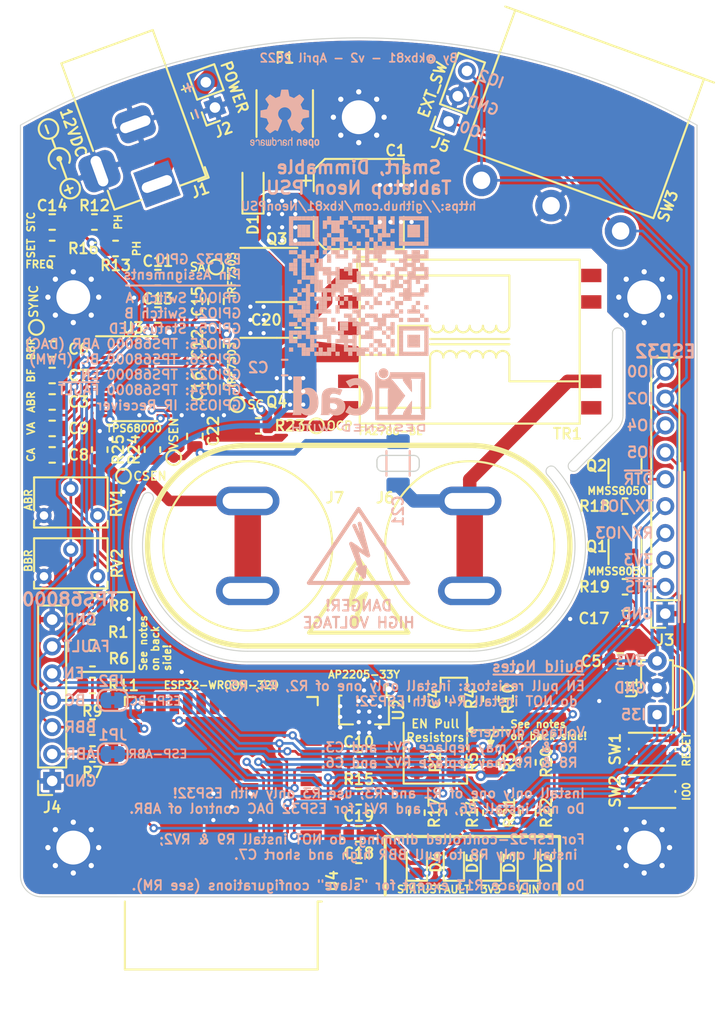
<source format=kicad_pcb>
(kicad_pcb (version 20211014) (generator pcbnew)
  (layers (0 "F.Cu" signal) (31 "B.Cu" signal) (34 "B.Paste" user) (35 "F.Paste" user) (36 "B.SilkS" user "B.Silkscreen") (37 "F.SilkS" user "F.Silkscreen") (38 "B.Mask" user) (39 "F.Mask" user) (44 "Edge.Cuts" user))
  (net 0 "")
  (net 1 "+12V")
  (net 2 "GND")
  (net 3 "/ABR")
  (net 4 "/BBR")
  (net 5 "/BF")
  (net 6 "/CAO")
  (net 7 "/CA-")
  (net 8 "/VA-")
  (net 9 "/VAO")
  (net 10 "+3V3")
  (net 11 "/V5")
  (net 12 "/VREF")
  (net 13 "/STC")
  (net 14 "/ESP_EN")
  (net 15 "/SA")
  (net 16 "/V5A")
  (net 17 "/V5C")
  (net 18 "/SC")
  (net 19 "/HV")
  (net 20 "/VSEN")
  (net 21 "Net-(D1-Pad2)")
  (net 22 "Net-(D2-Pad2)")
  (net 23 "Net-(D3-Pad2)")
  (net 24 "/GPIO5")
  (net 25 "Net-(D4-Pad2)")
  (net 26 "Net-(F1-Pad2)")
  (net 27 "/~{RTS}")
  (net 28 "/GPIO3")
  (net 29 "/GPIO1")
  (net 30 "/~{DTR}")
  (net 31 "/GPIO4")
  (net 32 "/GPIO2")
  (net 33 "/GPIO0")
  (net 34 "/BC")
  (net 35 "/TPS_EN")
  (net 36 "/FAULT")
  (net 37 "/CSEN")
  (net 38 "/PH")
  (net 39 "/GA")
  (net 40 "/GB")
  (net 41 "/GD")
  (net 42 "/GC")
  (net 43 "Net-(D5-Pad2)")
  (net 44 "Net-(Q1-Pad1)")
  (net 45 "/SET")
  (net 46 "/OCP")
  (net 47 "/SYNC")
  (net 48 "/GPI36")
  (net 49 "/GPI39")
  (net 50 "/GPI35")
  (net 51 "/GPIO32")
  (net 52 "/GPIO33")
  (net 53 "/ESP_ABR")
  (net 54 "/GPIO16")
  (net 55 "/GPIO17")
  (net 56 "/GPIO14")
  (net 57 "/GPIO12")
  (net 58 "/GPIO13")
  (net 59 "/GPIO15")
  (net 60 "/GPIO18")
  (net 61 "/GPIO19")
  (net 62 "/GPIO21")
  (net 63 "/GPIO22")
  (net 64 "/GPIO23")
  (net 65 "/XFMR")
  (net 66 "Net-(Q2-Pad1)")
  (net 67 "/ESP_BC")
  (footprint "Resistor_SMD:R_0805_2012Metric" (layer "F.Cu") (at 140.5 90.45)
    (fp_text reference "R23")
    (fp_text value "100")
  )
  (footprint "Resistor_SMD:R_0805_2012Metric" (layer "F.Cu") (at 159 116.25 -90)
    (fp_text reference "R4")
    (fp_text value "100K")
  )
  (footprint "SmartNeonPSU:E-Switch_R1966A‎_7mm_RA" (layer "F.Cu") (at 171 61.95 160)
    (fp_text reference "SW3")
    (fp_text value "CONTROL")
  )
  (footprint "MountingHole:MountingHole_3.2mm_M3_Pad_Via" (layer "F.Cu") (at 177 78.3)
    (fp_text reference "H4")
    (fp_text value "MountingHole_Pad")
  )
  (footprint "Package_SO:TSSOP-30_4.4x7.8mm_P0.5mm" (layer "F.Cu") (at 128.75 86)
    (fp_text reference "U3")
    (fp_text value "TPS68000")
  )
  (footprint "Resistor_SMD:R_0805_2012Metric" (layer "F.Cu") (at 124.81 107.45)
    (fp_text reference "R8")
    (fp_text value "10K")
  )
  (footprint "Button_Switch_SMD:SW_Push_1P1T_NO_CK_KMR2" (layer "F.Cu") (at 177.75 125)
    (fp_text reference "SW2")
    (fp_text value "IO0")
  )
  (footprint "MountingHole:MountingHole_3.2mm_M3_Pad_Via" (layer "F.Cu") (at 177 130.3)
    (fp_text reference "H3")
    (fp_text value "MountingHole_Pad")
  )
  (footprint "Resistor_SMD:R_0805_2012Metric" (layer "F.Cu") (at 124.81 121.46 180)
    (fp_text reference "R7")
    (fp_text value "10K")
  )
  (footprint "Resistor_SMD:R_0805_2012Metric" (layer "F.Cu") (at 159 127 -90)
    (fp_text reference "R14")
    (fp_text value "2K")
  )
  (footprint "Package_TO_SOT_SMD:SOT-23" (layer "F.Cu") (at 175.19 94.23 90)
    (fp_text reference "Q2")
    (fp_text value "MMSS8050")
  )
  (footprint "Package_TO_SOT_SMD:SOT-89-3" (layer "F.Cu") (at 150.5 117 -90)
    (fp_text reference "U2")
    (fp_text value "AP2205-33Y")
  )
  (footprint "Capacitor_SMD:C_0805_2012Metric" (layer "F.Cu") (at 155.5 116.25 -90)
    (fp_text reference "C4")
    (fp_text value "10 uF")
  )
  (footprint "Resistor_SMD:R_0805_2012Metric" (layer "F.Cu") (at 155.5 122.25 -90)
    (fp_text reference "R2")
    (fp_text value "100K")
  )
  (footprint "Resistor_SMD:R_0805_2012Metric" (layer "F.Cu") (at 124.81 109.95 180)
    (fp_text reference "R1")
    (fp_text value "100K")
  )
  (footprint "Capacitor_SMD:C_0805_2012Metric" (layer "F.Cu") (at 121 88.2 180)
    (fp_text reference "C3")
    (fp_text value "0.01 uF")
  )
  (footprint "SmartNeonPSU:SpringContact_9.9mm_5mm" (layer "F.Cu") (at 160.5 101.8)
    (fp_text reference "J6")
    (fp_text value "LAMP1+")
  )
  (footprint "TestPoint:TestPoint_Pad_D1.0mm" (layer "F.Cu") (at 138.5 88.45)
    (fp_text reference "TP6")
    (fp_text value "SC")
  )
  (footprint "Package_SO:SOIC-8_3.9x4.9mm_P1.27mm" (layer "F.Cu") (at 142.25 84.7)
    (fp_text reference "Q4")
    (fp_text value "IRF7303")
  )
  (footprint "OptoDevice:Vishay_MINICAST-3Pin" (layer "F.Cu") (at 178.225 117.74 90)
    (fp_text reference "U1")
    (fp_text value "TSOP382xx")
  )
  (footprint "Capacitor_SMD:C_0805_2012Metric" (layer "F.Cu") (at 121 93.2)
    (fp_text reference "C8")
    (fp_text value "1000 pF")
  )
  (footprint "Resistor_SMD:R_0805_2012Metric" (layer "F.Cu") (at 175.19 105.66)
    (fp_text reference "R19")
    (fp_text value "10K")
  )
  (footprint "Resistor_SMD:R_0805_2012Metric" (layer "F.Cu") (at 124.81 112.45)
    (fp_text reference "R6")
    (fp_text value "10K")
  )
  (footprint "Resistor_SMD:R_0805_2012Metric" (layer "F.Cu") (at 130.486222 92.7 -90)
    (fp_text reference "R24")
    (fp_text value "10K")
  )
  (footprint "LED_SMD:LED_0805_2012Metric" (layer "F.Cu") (at 162.5 131.745225 90)
    (fp_text reference "D3")
    (fp_text value "3V3")
  )
  (footprint "TestPoint:TestPoint_Pad_D1.0mm" (layer "F.Cu") (at 136.5 75.45)
    (fp_text reference "TP5")
    (fp_text value "SA")
  )
  (footprint "Capacitor_SMD:C_0805_2012Metric" (layer "F.Cu") (at 131 76.45 180)
    (fp_text reference "C11")
    (fp_text value "1 uF")
  )
  (footprint "Resistor_SMD:R_0805_2012Metric" (layer "F.Cu") (at 162.5 122.25 90)
    (fp_text reference "R3")
    (fp_text value "100K")
  )
  (footprint "Resistor_SMD:R_0805_2012Metric" (layer "F.Cu") (at 155.5 127 -90)
    (fp_text reference "R17")
    (fp_text value "1K")
  )
  (footprint "Capacitor_SMD:C_0805_2012Metric" (layer "F.Cu") (at 121 85.7)
    (fp_text reference "C7")
    (fp_text value "0.047 uF")
  )
  (footprint "Capacitor_SMD:C_0805_2012Metric" (layer "F.Cu") (at 121 71.2)
    (fp_text reference "C14")
    (fp_text value "1 uF")
  )
  (footprint "Resistor_SMD:R_0805_2012Metric" (layer "F.Cu") (at 125.5 92.7 -90)
    (fp_text reference "R25")
    (fp_text value "392")
  )
  (footprint "Resistor_SMD:R_0805_2012Metric" (layer "F.Cu") (at 166 122.25 90)
    (fp_text reference "R20")
    (fp_text value "10K")
  )
  (footprint "Potentiometer_THT:Potentiometer_Bourns_3266W_Vertical" (layer "F.Cu") (at 120.225 104.675 180)
    (fp_text reference "RV2")
    (fp_text value "200K")
  )
  (footprint "Resistor_SMD:R_0805_2012Metric" (layer "F.Cu") (at 121 73.7 180)
    (fp_text reference "R16")
    (fp_text value "287K")
  )
  (footprint "Capacitor_SMD:C_0805_2012Metric" (layer "F.Cu") (at 136.5 82.75 -90)
    (fp_text reference "C12")
    (fp_text value "2.2 uF")
  )
  (footprint "Capacitor_SMD:C_0805_2012Metric" (layer "F.Cu") (at 150 122)
    (fp_text reference "C10")
    (fp_text value "2.2 uF")
  )
  (footprint "SmartNeonPSU:Symbol_HighVoltage_Type2_SilkScreenTop_VerySmall" (layer "F.Cu") (at 150 107.1985)
    (fp_text reference "REF**")
    (fp_text value "Symbol_HighVoltage_Type2_SilkScreenTop_VerySmall")
  )
  (footprint "Symbol:Symbol_Barrel_Polarity" (layer "F.Cu") (at 121.749999 65.199999 -70)
    (fp_text reference "REF**" hide)
    (fp_text value "Symbol_Barrel_Polarity")
  )
  (footprint "LED_SMD:LED_0805_2012Metric" (layer "F.Cu") (at 166 131.75 90)
    (fp_text reference "D2")
    (fp_text value "V_IN")
  )
  (footprint "Resistor_SMD:R_0805_2012Metric" (layer "F.Cu") (at 127 73.7 180)
    (fp_text reference "R13")
    (fp_text value "10K")
  )
  (footprint "Capacitor_SMD:C_0805_2012Metric" (layer "F.Cu") (at 144.25 80.45 180)
    (fp_text reference "C20")
    (fp_text value "10 uF")
  )
  (footprint "TestPoint:TestPoint_Pad_D1.0mm" (layer "F.Cu") (at 127.75 95.2)
    (fp_text reference "TP1")
    (fp_text value "CSEN")
  )
  (footprint "SmartNeonPSU:SpringContact_9.9mm_5mm" (layer "F.Cu") (at 139.5 101.8)
    (fp_text reference "J7")
    (fp_text value "LAMP1-")
  )
  (footprint "MountingHole:MountingHole_3.2mm_M3_Pad_Via" (layer "F.Cu") (at 123 130.3)
    (fp_text reference "H2")
    (fp_text value "MountingHole_Pad")
  )
  (footprint "Connector_PinSocket_2.54mm:PinSocket_1x07_P2.54mm_Vertical" (layer "F.Cu") (at 121 124 180)
    (fp_text reference "J4")
    (fp_text value "TPS_IO")
  )
  (footprint "Resistor_SMD:R_0805_2012Metric" (layer "F.Cu") (at 162.5 116.25 -90)
    (fp_text reference "R10")
    (fp_text value "10K")
  )
  (footprint "Resistor_SMD:R_0805_2012Metric" (layer "F.Cu") (at 125 71.2 180)
    (fp_text reference "R12")
    (fp_text value "10K")
  )
  (footprint "Capacitor_SMD:C_0805_2012Metric" (layer "F.Cu") (at 150 132.5)
    (fp_text reference "C18")
    (fp_text value "47 uF")
  )
  (footprint "Resistor_SMD:R_0805_2012Metric" (layer "F.Cu") (at 175.19 98.04)
    (fp_text reference "R18")
    (fp_text value "10K")
  )
  (footprint "Resistor_SMD:R_0805_2012Metric" (layer "F.Cu") (at 150 125.5)
    (fp_text reference "R15")
    (fp_text value "1K")
  )
  (footprint "LED_SMD:LED_0805_2012Metric" (layer "F.Cu") (at 155.5 131.743914 90)
    (fp_text reference "D4")
    (fp_text value "STATUS")
  )
  (footprint "Capacitor_SMD:C_0805_2012Metric" (layer "F.Cu") (at 121 90.7)
    (fp_text reference "C9")
    (fp_text value "0.01 uF")
  )
  (footprint "Connector_PinSocket_2.54mm:PinSocket_1x02_P2.54mm_Vertical" (layer "F.Cu") (at 136.404033 60.383167 -160)
    (fp_text reference "J2")
    (fp_text value "POWER")
  )
  (footprint "SmartNeonPSU:FA2786-BL" (layer "F.Cu") (at 160.5 82.5 180)
    (fp_text reference "TR1")
    (fp_text value "FA2786-BL")
  )
  (footprint "Capacitor_SMD:C_0805_2012Metric" (layer "F.Cu") (at 131 79.988216)
    (fp_text reference "C13")
    (fp_text value "0.22 uF")
  )
  (footprint "Capacitor_SMD:C_0805_2012Metric" (layer "F.Cu") (at 121 83.2 180)
    (fp_text reference "C6")
    (fp_text value "0.01 uF")
  )
  (footprint "LED_SMD:LED_0805_2012Metric" (layer "F.Cu") (at 159 131.747846 90)
    (fp_text reference "D5")
    (fp_text value "FAULT")
  )
  (footprint "Capacitor_SMD:C_0805_2012Metric" (layer "F.Cu") (at 174.735 112.66)
    (fp_text reference "C5")
    (fp_text value "1 uF")
  )
  (footprint "Connector_BarrelJack:BarrelJack_Horizontal" (layer "F.Cu") (at 130.915038 67.608002 -70)
    (fp_text reference "J1")
    (fp_text value "12VDC")
  )
  (footprint "Fuse:Fuse_2920_7451Metric" (layer "F.Cu") (at 143 60.95 90)
    (fp_text reference "F1")
    (fp_text value "2A")
  )
  (footprint "TestPoint:TestPoint_Pad_D1.0mm" (layer "F.Cu") (at 132.5 93.45 180)
    (fp_text reference "TP2")
    (fp_text value "VSEN")
  )
  (footprint "Capacitor_SMD:C_0805_2012Metric" (layer "F.Cu") (at 134.5 91.45 90)
    (fp_text reference "C22")
    (fp_text value "18000 pF")
  )
  (footprint "Resistor_SMD:R_0805_2012Metric" (layer "F.Cu") (at 124.81 114.979974 180)
    (fp_text reference "R11")
    (fp_text value "10K")
  )
  (footprint "Resistor_SMD:R_0805_2012Metric" (layer "F.Cu") (at 166 127 -90)
    (fp_text reference "R22")
    (fp_text value "10K")
  )
  (footprint "MountingHole:MountingHole_3.2mm_M3_Pad_Via" (layer "F.Cu") (at 150 61.3)
    (fp_text reference "H5")
    (fp_text value "MountingHole_Pad")
  )
  (footprint "TestPoint:TestPoint_Pad_D1.0mm" (layer "F.Cu") (at 119.506652 81.152934)
    (fp_text reference "TP3")
    (fp_text value "SYNC")
  )
  (footprint "MountingHole:MountingHole_3.2mm_M3_Pad_Via" (layer "F.Cu") (at 123 78.3)
    (fp_text reference "H1")
    (fp_text value "MountingHole_Pad")
  )
  (footprint "Resistor_SMD:R_0805_2012Metric" (layer "F.Cu") (at 162.5 127 -90)
    (fp_text reference "R21")
    (fp_text value "10K")
  )
  (footprint "RF_Module:ESP32-WROOM-32" (layer "F.Cu") (at 137 125.95 180)
    (fp_text reference "U4")
    (fp_text value "ESP32-WROOM-32D")
  )
  (footprint "Capacitor_SMD:C_0805_2012Metric" (layer "F.Cu") (at 175.19 108.65 180)
    (fp_text reference "C17")
    (fp_text value "1 uF")
  )
  (footprint "TestPoint:TestPoint_Pad_D1.0mm" (layer "F.Cu") (at 146 90.45)
    (fp_text reference "TP4")
    (fp_text value "OCP")
  )
  (footprint "Potentiometer_THT:Potentiometer_Bourns_3266W_Vertical" (layer "F.Cu") (at 120.225 98.925 180)
    (fp_text reference "RV1")
    (fp_text value "200K")
  )
  (footprint "Package_TO_SOT_SMD:SOT-23" (layer "F.Cu") (at 175.19 101.85 90)
    (fp_text reference "Q1")
    (fp_text value "MMSS8050")
  )
  (footprint "Button_Switch_SMD:SW_Push_1P1T_NO_CK_KMR2" (layer "F.Cu") (at 177.75 121)
    (fp_text reference "SW1")
    (fp_text value "RESET")
  )
  (footprint "Capacitor_SMD:C_0805_2012Metric" (layer "F.Cu") (at 136.5 78.7 -90)
    (fp_text reference "C15")
    (fp_text value "1 uF")
  )
  (footprint "Capacitor_SMD:C_0805_2012Metric" (layer "F.Cu") (at 150 129)
    (fp_text reference "C19")
    (fp_text value "47 uF")
  )
  (footprint "Capacitor_SMD:C_0805_2012Metric" (layer "F.Cu") (at 136.5 86.7 -90)
    (fp_text reference "C16")
    (fp_text value "1 uF")
  )
  (footprint "Resistor_SMD:R_0805_2012Metric" (layer "F.Cu") (at 124.81 118.92 180)
    (fp_text reference "R9")
    (fp_text value "10K")
  )
  (footprint "Connector_PinSocket_2.54mm:PinSocket_1x03_P2.54mm_Vertical" (layer "F.Cu") (at 158.5 61.7 160)
    (fp_text reference "J5")
    (fp_text value "EXT_SW")
  )
  (footprint "Resistor_SMD:R_0805_2012Metric" (layer "F.Cu") (at 159 122.25 90)
    (fp_text reference "R5")
    (fp_text value "100K")
  )
  (footprint "Package_SO:SOIC-8_3.9x4.9mm_P1.27mm" (layer "F.Cu") (at 142.25 76.2)
    (fp_text reference "Q3")
    (fp_text value "IRF7303")
  )
  (footprint "Diode_SMD:D_SOD-123F" (layer "F.Cu") (at 140 68.2 90)
    (fp_text reference "D1")
    (fp_text value "N/A")
  )
  (footprint "Capacitor_SMD:CP_Elec_8x6.9" (layer "F.Cu") (at 150 69.5)
    (fp_text reference "C1")
    (fp_text value "100 uF")
  )
  (footprint "Connector_PinSocket_2.54mm:PinSocket_1x10_P2.54mm_Vertical" (layer "F.Cu") (at 179 108.2 180)
    (fp_text reference "J3")
    (fp_text value "SERIAL+GPIO")
  )
  (footprint "SmartNeonPSU:NeonPSU_QR" (layer "B.Cu") (at 150 77.25 180)
    (fp_text reference "QR*****")
    (fp_text value "NeonPSU_QR")
  )
  (footprint "Capacitor_SMD:C_0805_2012Metric" (layer "B.Cu") (at 143 84.95 180)
    (fp_text reference "C2")
    (fp_text value "10 uF")
  )
  (footprint "Symbol:KiCad-Logo2_5mm_SilkScreen" (layer "B.Cu") (at 150 88 180)
    (fp_text reference "REF**" hide)
    (fp_text value "KiCad-Logo2_5mm_SilkScreen" hide)
  )
  (footprint "Symbol:OSHW-Logo2_7.3x6mm_SilkScreen" (layer "B.Cu") (at 143 61.45 180)
    (fp_text reference "REF**" hide)
    (fp_text value "OSHW-Logo2_7.3x6mm_SilkScreen" hide)
  )
  (footprint "Jumper:SolderJumper-2_P1.3mm_Bridged_RoundedPad1.0x1.5mm" (layer "B.Cu") (at 126.73 116.38 180)
    (fp_text reference "JP2")
    (fp_text value "ESP-BC")
  )
  (footprint "SmartNeonPSU:Symbol_HighVoltage_Type2_SilkScreenTop_VerySmall" (layer "B.Cu") (at 149.987639 102.5 180)
    (fp_text reference "REF**")
    (fp_text value "Symbol_HighVoltage_Type2_SilkScreenTop_VerySmall")
  )
  (footprint "Jumper:SolderJumper-2_P1.3mm_Bridged_RoundedPad1.0x1.5mm" (layer "B.Cu") (at 126.73 121.46 180)
    (fp_text reference "JP1")
    (fp_text value "ESP-ABR")
  )
  (footprint "Capacitor_SMD:C_1808_4520Metric_Slot" (layer "B.Cu") (at 153.722317 94 90)
    (fp_text reference "C21")
    (fp_text value "22 pF")
    (fp_line (start -0.75 -1.5) (end -0.75 1.5) (layer "Edge.Cuts") (width 0.12))
    (fp_line (start 0.75 1.5) (end 0.75 -1.5) (layer "Edge.Cuts") (width 0.12))
    (fp_line (start -0.25 2) (end 0.25 2) (layer "Edge.Cuts") (width 0.12))
    (fp_line (start 0.25 -2) (end -0.25 -2) (layer "Edge.Cuts") (width 0.12))
    (fp_arc (start 0.75 1.5) (mid 0.603553 1.853553) (end 0.25 2) (layer "Edge.Cuts") (width 0.12))
    (fp_arc (start -0.75 -1.5) (mid -0.603553 -1.853553) (end -0.25 -2) (layer "Edge.Cuts") (width 0.12))
    (fp_arc (start -0.25 2) (mid -0.603553 1.853553) (end -0.75 1.5) (layer "Edge.Cuts") (width 0.12))
    (fp_arc (start 0.25 -2) (mid 0.603553 -1.853553) (end 0.75 -1.5) (layer "Edge.Cuts") (width 0.12))
  )
  (gr_line (start 138.75 77.2) (end 128 77.2) (layer "B.SilkS") (width 0.2))
  (gr_line (start 171.25 113.95) (end 162.75 113.95) (layer "B.SilkS") (width 0.2))
  (gr_line (start 180.27 94.8) (end 180.27 109) (layer "B.SilkS") (width 0.2))
  (gr_line (start 162.5 120.2) (end 162.5 120.7) (layer "F.SilkS") (width 0.2))
  (gr_line (start 154.25 118.5) (end 154.25 124.249998) (layer "F.SilkS") (width 0.2))
  (gr_line (start 180.778 109) (end 180.778 94.8) (layer "F.SilkS") (width 0.2))
  (gr_line (start 152.5 129.25) (end 169 129.25) (layer "F.SilkS") (width 0.3))
  (gr_line (start 160.25 124.249998) (end 160.25 123.499998) (layer "F.SilkS") (width 0.2))
  (gr_line (start 162.25 120.2) (end 162.5 120.7) (layer "F.SilkS") (width 0.2))
  (gr_line (start 128.75 106.170383) (end 128.75 113.7) (layer "F.SilkS") (width 0.2))
  (gr_line (start 160.75 118.95) (end 160.75 119.45) (layer "F.SilkS") (width 0.2))
  (gr_line (start 128.75 113.7) (end 123.5 113.7) (layer "F.SilkS") (width 0.2))
  (gr_line (start 160.25 119.2) (end 164.25 119.2) (layer "F.SilkS") (width 0.2))
  (gr_line (start 139.5 111.25) (end 160.5 111.25) (layer "F.SilkS") (width 0.5))
  (gr_arc (start 160.5 92.298) (mid 169.976 101.774) (end 160.5 111.25) (layer "F.SilkS") (width 0.5))
  (gr_line (start 154.25 124.249998) (end 160.25 124.249998) (layer "F.SilkS") (width 0.2))
  (gr_line (start 169 134.75) (end 169 129.25) (layer "F.SilkS") (width 0.3))
  (gr_line (start 160.25 114.249998) (end 157.75 114.249998) (layer "F.SilkS") (width 0.2))
  (gr_line (start 160.25 120.999998) (end 160.25 117.499998) (layer "F.SilkS") (width 0.2))
  (gr_line (start 139.5 92.298) (end 160.5 92.298) (layer "F.SilkS") (width 0.5))
  (gr_line (start 128.75 106.170383) (end 123.5 106.170383) (layer "F.SilkS") (width 0.2))
  (gr_line (start 162.75 120.2) (end 162.25 120.2) (layer "F.SilkS") (width 0.2))
  (gr_line (start 162.5 120.7) (end 162.75 120.2) (layer "F.SilkS") (width 0.2))
  (gr_line (start 160.75 119.45) (end 160.25 119.2) (layer "F.SilkS") (width 0.2))
  (gr_line (start 152.5 129.25) (end 152.5 134.75) (layer "F.SilkS") (width 0.3))
  (gr_line (start 157.75 114.249998) (end 157.75 115.249998) (layer "F.SilkS") (width 0.2))
  (gr_arc (start 162.5 120.2) (mid 162.792893 119.492893) (end 163.5 119.2) (layer "F.SilkS") (width 0.2))
  (gr_line (start 160.25 119.2) (end 160.75 118.95) (layer "F.SilkS") (width 0.2))
  (gr_arc (start 139.5 111.25) (mid 130.024 101.774) (end 139.5 92.298) (layer "F.SilkS") (width 0.5))
  (gr_line (start 160.25 115.249998) (end 160.25 114.249998) (layer "F.SilkS") (width 0.2))
  (gr_arc (start 182 132.951866) (mid 181.413827 134.365146) (end 180 134.95) (layer "Edge.Cuts") (width 0.1))
  (gr_arc (start 170.66331 94.612518) (mid 169.955728 94.61214) (end 169.956104 93.904558) (layer "Edge.Cuts") (width 0.1))
  (gr_arc (start 167.859538 95.092697) (mid 169.609149 105.82016) (end 160.5 111.75) (layer "Edge.Cuts") (width 0.1))
  (gr_line (start 175 81.7) (end 175 89.45) (layer "Edge.Cuts") (width 0.1))
  (gr_line (start 182 132.951866) (end 182 62.047951) (layer "Edge.Cuts") (width 0.1))
  (gr_line (start 173.706104 90.154558) (end 169.956104 93.904558) (layer "Edge.Cuts") (width 0.1))
  (gr_line (start 139.5 111.75) (end 160.5 111.75) (layer "Edge.Cuts") (width 0.1))
  (gr_arc (start 174 81.7) (mid 174.5 81.2) (end 175 81.7) (layer "Edge.Cuts") (width 0.1))
  (gr_line (start 174 81.7) (end 174 89.45) (layer "Edge.Cuts") (width 0.1))
  (gr_arc (start 168.558447 94.386229) (mid 170.526242 106.199745) (end 160.5 112.75) (layer "Edge.Cuts") (width 0.1))
  (gr_arc (start 120 134.95) (mid 118.585786 134.364213) (end 118 132.949998) (layer "Edge.Cuts") (width 0.1))
  (gr_arc (start 174.999999 89.45) (mid 174.847138 90.214609) (end 174.41331 90.862518) (layer "Edge.Cuts") (width 0.1))
  (gr_line (start 120 134.95) (end 180 134.95) (layer "Edge.Cuts") (width 0.1))
  (gr_arc (start 173.999999 89.45) (mid 173.923124 89.831508) (end 173.706104 90.154558) (layer "Edge.Cuts") (width 0.1))
  (gr_arc (start 118 62.047951) (mid 150 53.801975) (end 182 62.047951) (layer "Edge.Cuts") (width 0.1))
  (gr_arc (start 167.859538 95.092697) (mid 167.855751 94.390002) (end 168.558447 94.386229) (layer "Edge.Cuts") (width 0.1))
  (gr_arc (start 139.5 111.75) (mid 131.083619 107.107452) (end 130.521028 97.512025) (layer "Edge.Cuts") (width 0.1))
  (gr_line (start 139.5 112.75) (end 160.5 112.75) (layer "Edge.Cuts") (width 0.1))
  (gr_arc (start 139.5 112.75) (mid 130.220866 107.610603) (end 129.625158 97.02) (layer "Edge.Cuts") (width 0.1))
  (gr_arc (start 129.625158 97.02) (mid 130.319104 96.818079) (end 130.521028 97.512025) (layer "Edge.Cuts") (width 0.1))
  (gr_line (start 118 62.047951) (end 118 132.949998) (layer "Edge.Cuts") (width 0.1))
  (gr_line (start 174.41331 90.862518) (end 170.66331 94.612518) (layer "Edge.Cuts") (width 0.1))
  (gr_text "Build Notes" (at 171.5 113.2) (layer "B.SilkS") (effects (font (size 1 1) (thickness 0.2)) (justify left mirror)))
  (gr_text "https://github.com/kbx81/NeonPSU" (at 150 69.7) (layer "B.SilkS") (effects (font (size 0.8 0.8) (thickness 0.16)) (justify mirror)))
  (gr_text "DANGER!\nHIGH VOLTAGE" (at 150 108.25) (layer "B.SilkS") (effects (font (size 1 1) (thickness 0.2)) (justify mirror)))
  (gr_text "ESP32 GPIO\nPin Assignments" (at 139 75.45) (layer "B.SilkS") (effects (font (size 0.9 0.9) (thickness 0.18)) (justify left mirror)))
  (gr_text "EN pull resistors: install only one of R2, R4, R5;\n do NOT install R4 with ESP32!\n\nVoltage dividers:\n R6 & R7 may replace RV1 and C3.\n R8 & R9 may replace RV2 and C6.\n\nInstall only one of R1 and R3; use R3 only with ESP32!\nDo not install R6, R7 and RV1 for ESP32 DAC control of ABR.\n\nFor ESP32-controlled dimming, do NOT install R9 & RV2;\n install only R8 to pull BBR high and short C7.\n\nDo not place R13 except for {dblquote}slave{dblquote} configurations (see RM)." (at 171.5 124.45) (layer "B.SilkS") (effects (font (size 0.9 0.9) (thickness 0.18)) (justify left mirror)))
  (gr_text "GPIO0: Switch A\nGPIO2: Switch B\nGPIO5: Status LED\nGPIO25: TPS68000 ABR (DAC)\nGPIO26: TPS68000 BC (PWM)\nGPIO27: TPS68000 EN\nGPIO34: TPS68000 ~{FAULT}\nGPIO35: IR Receiver" (at 139 83.45) (layer "B.SilkS") (effects (font (size 0.9 0.9) (thickness 0.18)) (justify left mirror)))
  (gr_text "Smart, Dimmable\nTabletop Neon PSU" (at 150 67) (layer "B.SilkS") (effects (font (size 1.2 1.2) (thickness 0.25)) (justify mirror)))
  (gr_text "By @kbx81 - v2 - April 2022" (at 150 55.7) (layer "B.SilkS") (effects (font (size 0.8 0.8) (thickness 0.16)) (justify mirror)))
  (gr_text "See notes\non back side!" (at 164.25 119.2) (layer "F.SilkS") (effects (font (size 0.7 0.7) (thickness 0.16)) (justify left)))
  (gr_text "See notes\non back\nside!" (at 130.75 113.7 90) (layer "F.SilkS") (effects (font (size 0.7 0.7) (thickness 0.16)) (justify left)))
  (gr_text "EN Pull\nResistors" (at 157.25 119.249998) (layer "F.SilkS") (effects (font (size 0.8 0.8) (thickness 0.16))))
  (segment (start 130.5 83.45) (end 129.191768 82.141768) (width 0.3) (layer "F.Cu") (net 1))
  (segment (start 140 73.2) (end 141.5 71.7) (width 0.5) (layer "F.Cu") (net 1))
  (segment (start 130.774639 85.5) (end 130.5 85.225361) (width 0.3) (layer "F.Cu") (net 1))
  (segment (start 155.5375 115.3375) (end 155.5 115.3) (width 0.5) (layer "F.Cu") (net 1))
  (segment (start 129.536304 78.913696) (end 130.786304 78.913696) (width 0.3) (layer "F.Cu") (net 1))
  (segment (start 129.191768 82.141768) (end 129.191768 79.258232) (width 0.3) (layer "F.Cu") (net 1))
  (segment (start 131.6125 85.5) (end 130.774639 85.5) (width 0.3) (layer "F.Cu") (net 1))
  (segment (start 137.25 73.2) (end 134 76.45) (width 0.5) (layer "F.Cu") (net 1))
  (segment (start 137.25 73.2) (end 140 73.2) (width 0.5) (layer "F.Cu") (net 1))
  (segment (start 155.45 115.35) (end 155.5 115.3) (width 0.5) (layer "F.Cu") (net 1))
  (segment (start 130.5 85.225361) (end 130.5 83.45) (width 0.3) (layer "F.Cu") (net 1))
  (segment (start 130.786304 78.913696) (end 131.95 77.75) (width 0.3) (layer "F.Cu") (net 1))
  (segment (start 131.95 77.75) (end 131.95 76.45) (width 0.3) (layer "F.Cu") (net 1))
  (segment (start 152 115.35) (end 152.85 115.35) (width 1) (layer "F.Cu") (net 1))
  (segment (start 152.85 115.35) (end 155.45 115.35) (width 0.5) (layer "F.Cu") (net 1))
  (segment (start 129.191768 79.258232) (end 129.536304 78.913696) (width 0.3) (layer "F.Cu") (net 1))
  (segment (start 159 115.3375) (end 162.5 115.3375) (width 0.5) (layer "F.Cu") (net 1))
  (segment (start 134 76.45) (end 131.95 76.45) (width 0.5) (layer "F.Cu") (net 1))
  (segment (start 159 115.3375) (end 155.5375 115.3375) (width 0.5) (layer "F.Cu") (net 1))
  (via (at 142.75 70.45) (size 0.8) (drill 0.4) (layers "F.Cu" "B.Cu") (net 1))
  (via (at 144 72.95) (size 0.8) (drill 0.4) (layers "F.Cu" "B.Cu") (net 1))
  (via (at 144 70.45) (size 0.8) (drill 0.4) (layers "F.Cu" "B.Cu") (net 1))
  (via (at 144.75 88.45) (size 0.8) (drill 0.4) (layers "F.Cu" "B.Cu") (net 1))
  (via (at 143.5 85.95) (size 0.8) (drill 0.4) (layers "F.Cu" "B.Cu") (net 1))
  (via (at 144.75 85.95) (size 0.8) (drill 0.4) (layers "F.Cu" "B.Cu") (net 1))
  (via (at 143.5 87.2) (size 0.8) (drill 0.4) (layers "F.Cu" "B.Cu") (net 1))
  (via (at 141.5 70.45) (size 0.8) (drill 0.4) (layers "F.Cu" "B.Cu") (net 1))
  (via (at 141.5 71.7) (size 0.8) (drill 0.4) (layers "F.Cu" "B.Cu") (net 1))
  (via (at 144 71.7) (size 0.8) (drill 0.4) (layers "F.Cu" "B.Cu") (net 1))
  (via (at 142.75 72.95) (size 0.8) (drill 0.4) (layers "F.Cu" "B.Cu") (net 1))
  (via (at 142.75 69.2) (size 0.8) (drill 0.4) (layers "F.Cu" "B.Cu") (net 1))
  (via (at 144.75 87.2) (size 0.8) (drill 0.4) (layers "F.Cu" "B.Cu") (net 1))
  (via (at 141.5 72.95) (size 0.8) (drill 0.4) (layers "F.Cu" "B.Cu") (net 1))
  (via (at 142.75 71.7) (size 0.8) (drill 0.4) (layers "F.Cu" "B.Cu") (net 1))
  (via (at 144 69.2) (size 0.8) (drill 0.4) (layers "F.Cu" "B.Cu") (net 1))
  (via (at 141.5 69.2) (size 0.8) (drill 0.4) (layers "F.Cu" "B.Cu") (net 1))
  (via (at 143.5 88.45) (size 0.8) (drill 0.4) (layers "F.Cu" "B.Cu") (net 1))
  (via (at 152.85 115.35) (size 1.2) (drill 0.6) (layers "F.Cu" "B.Cu") (net 1))
  (segment (start 139.25 90.45) (end 141.5 90.45) (width 0.5) (layer "B.Cu") (net 1))
  (segment (start 143.5 88.45) (end 141.5 90.45) (width 0.5) (layer "B.Cu") (net 1))
  (segment (start 139.394601 113.262803) (end 150.762803 113.262803) (width 0.5) (layer "B.Cu") (net 1))
  (segment (start 127.999999 101.868201) (end 127.999999 101.700001) (width 0.5) (layer "B.Cu") (net 1))
  (segment (start 150.762803 113.262803) (end 152.85 115.35) (width 0.5) (layer "B.Cu") (net 1))
  (arc (start 127.999999 101.700001) (mid 131.295048 93.745049) (end 139.25 90.45) (width 0.5) (layer "B.Cu") (net 1))
  (arc (start 127.999999 101.868201) (mid 131.337401 109.925401) (end 139.394601 113.262803) (width 0.5) (layer "B.Cu") (net 1))
  (segment (start 132.075181 80.113397) (end 131.95 79.988216) (width 0.3) (layer "F.Cu") (net 2))
  (segment (start 132.75 82.700361) (end 132.75 82.299639) (width 0.3) (layer "F.Cu") (net 2))
  (segment (start 129.25 89.45) (end 129.25 87.7) (width 0.25) (layer "F.Cu") (net 2))
  (segment (start 132.075181 81.624819) (end 132.075181 80.113397) (width 0.3) (layer "F.Cu") (net 2))
  (segment (start 130.45 86.5) (end 131.6125 86.5) (width 0.25) (layer "F.Cu") (net 2))
  (segment (start 131.6125 86.5) (end 133.45 86.5) (width 0.3) (layer "F.Cu") (net 2))
  (segment (start 133.45 86.5) (end 136.25 83.7) (width 0.3) (layer "F.Cu") (net 2))
  (segment (start 132.75 82.299639) (end 132.075181 81.624819) (width 0.3) (layer "F.Cu") (net 2))
  (segment (start 132.450361 83) (end 132.75 82.700361) (width 0.3) (layer "F.Cu") (net 2))
  (segment (start 129.25 87.7) (end 130.45 86.5) (width 0.25) (layer "F.Cu") (net 2))
  (segment (start 136.25 83.7) (end 136.5 83.7) (width 0.3) (layer "F.Cu") (net 2))
  (segment (start 131.6125 83) (end 132.450361 83) (width 0.3) (layer "F.Cu") (net 2))
  (via (at 172.75 116.45) (size 0.8) (drill 0.4) (layers "F.Cu" "B.Cu") (net 2))
  (via (at 165 113.7) (size 0.8) (drill 0.4) (layers "F.Cu" "B.Cu") (net 2))
  (via (at 141 79.2) (size 0.8) (drill 0.4) (layers "F.Cu" "B.Cu") (net 2))
  (via (at 137.25 89.45) (size 0.8) (drill 0.4) (layers "F.Cu" "B.Cu") (net 2))
  (via (at 150.5 114.45) (size 0.8) (drill 0.4) (layers "F.Cu" "B.Cu") (net 2))
  (via (at 150 117.45) (size 0.8) (drill 0.4) (layers "F.Cu" "B.Cu") (net 2))
  (via (at 152 67.7) (size 0.8) (drill 0.4) (layers "F.Cu" "B.Cu") (net 2))
  (via (at 155 71.2) (size 0.8) (drill 0.4) (layers "F.Cu" "B.Cu") (net 2))
  (via (at 150 116.45) (size 0.8) (drill 0.4) (layers "F.Cu" "B.Cu") (net 2))
  (via (at 126.5 91.7) (size 0.8) (drill 0.4) (layers "F.Cu" "B.Cu") (net 2))
  (via (at 148.25 118.95) (size 0.8) (drill 0.4) (layers "F.Cu" "B.Cu") (net 2))
  (via (at 135.25 89.45) (size 0.8) (drill 0.4) (layers "F.Cu" "B.Cu") (net 2))
  (via (at 154 71.2) (size 0.8) (drill 0.4) (layers "F.Cu" "B.Cu") (net 2))
  (via (at 136.25 127.7) (size 0.8) (drill 0.4) (layers "F.Cu" "B.Cu") (net 2))
  (via (at 133.25 113.7) (size 0.8) (drill 0.4) (layers "F.Cu" "B.Cu") (net 2))
  (via (at 125.5 90.95) (size 0.8) (drill 0.4) (layers "F.Cu" "B.Cu") (net 2))
  (via (at 139.75 127.7) (size 0.8) (drill 0.4) (layers "F.Cu" "B.Cu") (net 2))
  (via (at 164.25 124.95) (size 0.8) (drill 0.4) (layers "F.Cu" "B.Cu") (net 2))
  (via (at 148.25 116.95) (size 0.8) (drill 0.4) (layers "F.Cu" "B.Cu") (net 2))
  (via (at 155 67.7) (size 0.8) (drill 0.4) (layers "F.Cu" "B.Cu") (net 2))
  (via (at 138 126.45) (size 0.8) (drill 0.4) (layers "F.Cu" "B.Cu") (net 2))
  (via (at 129.25 89.45) (size 0.8) (drill 0.4) (layers "F.Cu" "B.Cu") (net 2))
  (via (at 153 67.7) (size 0.8) (drill 0.4) (layers "F.Cu" "B.Cu") (net 2))
  (via (at 139.75 81.7) (size 0.8) (drill 0.4) (layers "F.Cu" "B.Cu") (net 2))
  (via (at 139.75 79.2) (size 0.8) (drill 0.4) (layers "F.Cu" "B.Cu") (net 2))
  (via (at 150 118.45) (size 0.8) (drill 0.4) (layers "F.Cu" "B.Cu") (net 2))
  (via (at 150 119.45) (size 0.8) (drill 0.4) (layers "F.Cu" "B.Cu") (net 2))
  (via (at 151 118.45) (size 0.8) (drill 0.4) (layers "F.Cu" "B.Cu") (net 2))
  (via (at 152 116.95) (size 0.8) (drill 0.4) (layers "F.Cu" "B.Cu") (net 2))
  (via (at 139.75 125.2) (size 0.8) (drill 0.4) (layers "F.Cu" "B.Cu") (net 2))
  (via (at 132.075181 81.624819) (size 1) (drill 0.5) (layers "F.Cu" "B.Cu") (net 2))
  (via (at 136.25 125.2) (size 0.8) (drill 0.4) (layers "F.Cu" "B.Cu") (net 2))
  (via (at 151 116.45) (size 0.8) (drill 0.4) (layers "F.Cu" "B.Cu") (net 2))
  (via (at 150.5 115.45) (size 0.8) (drill 0.4) (layers "F.Cu" "B.Cu") (net 2))
  (via (at 152 71.2) (size 0.8) (drill 0.4) (layers "F.Cu" "B.Cu") (net 2))
  (via (at 151 117.45) (size 0.8) (drill 0.4) (layers "F.Cu" "B.Cu") (net 2))
  (via (at 141 81.7) (size 0.8) (drill 0.4) (layers "F.Cu" "B.Cu") (net 2))
  (via (at 128.25 108.7) (size 0.8) (drill 0.4) (layers "F.Cu" "B.Cu") (net 2))
  (via (at 152 117.95) (size 0.8) (drill 0.4) (layers "F.Cu" "B.Cu") (net 2))
  (via (at 133.25 89.45) (size 0.8) (drill 0.4) (layers "F.Cu" "B.Cu") (net 2))
  (via (at 154 67.7) (size 0.8) (drill 0.4) (layers "F.Cu" "B.Cu") (net 2))
  (via (at 142.25 85.95) (size 0.8) (drill 0.4) (layers "F.Cu" "B.Cu") (net 2))
  (via (at 127.75 96.7) (size 0.8) (drill 0.4) (layers "F.Cu" "B.Cu") (net 2))
  (via (at 170 108.7) (size 0.8) (drill 0.4) (layers "F.Cu" "B.Cu") (net 2))
  (via (at 152 118.95) (size 0.8) (drill 0.4) (layers "F.Cu" "B.Cu") (net 2))
  (via (at 153 71.2) (size 0.8) (drill 0.4) (layers "F.Cu" "B.Cu") (net 2))
  (via (at 151 119.45) (size 0.8) (drill 0.4) (layers "F.Cu" "B.Cu") (net 2))
  (via (at 128.75 78.35) (size 0.8) (drill 0.4) (layers "F.Cu" "B.Cu") (net 2))
  (via (at 139.75 80.45) (size 0.8) (drill 0.4) (layers "F.Cu" "B.Cu") (net 2))
  (via (at 148.25 117.95) (size 0.8) (drill 0.4) (layers "F.Cu" "B.Cu") (net 2))
  (via (at 141 80.45) (size 0.8) (drill 0.4) (layers "F.Cu" "B.Cu") (net 2))
  (via (at 142.25 87.2) (size 0.8) (drill 0.4) (layers "F.Cu" "B.Cu") (net 2))
  (segment (start 126.55952 110.64048) (end 126.55952 104.25952) (width 0.25) (layer "F.Cu") (net 3))
  (segment (start 123.8975 121.46) (end 124.805715 120.551785) (width 0.25) (layer "F.Cu") (net 3))
  (segment (start 121.95 87.891268) (end 123.085011 86.756257) (width 0.25) (layer "F.Cu") (net 3))
  (segment (start 121 121.46) (end 123.8975 121.46) (width 0.25) (layer "F.Cu") (net 3))
  (segment (start 124.805715 114.255715) (end 123.8975 113.3475) (width 0.25) (layer "F.Cu") (net 3))
  (segment (start 123.8975 113.3475) (end 123.8975 112.45) (width 0.25) (layer "F.Cu") (net 3))
  (segment (start 121.95 88.2) (end 121.95 87.891268) (width 0.25) (layer "F.Cu") (net 3))
  (segment (start 125.1475 111.2) (end 126 111.2) (width 0.25) (layer "F.Cu") (net 3))
  (segment (start 125.8875 86) (end 123.841268 86) (width 0.25) (layer "F.Cu") (net 3))
  (segment (start 123.841268 86) (end 123.085011 86.756257) (width 0.25) (layer "F.Cu") (net 3))
  (segment (start 124.75 102.45) (end 124.75 99.95) (width 0.25) (layer "F.Cu") (net 3))
  (segment (start 124.75 99.95) (end 122.765 97.965) (width 0.25) (layer "F.Cu") (net 3))
  (segment (start 126 111.2) (end 126.55952 110.64048) (width 0.25) (layer "F.Cu") (net 3))
  (segment (start 126.55952 104.25952) (end 124.75 102.45) (width 0.25) (layer "F.Cu") (net 3))
  (segment (start 124.805715 120.551785) (end 124.805715 114.255715) (width 0.25) (layer "F.Cu") (net 3))
  (segment (start 122.765 97.965) (end 122.765 96.385) (width 0.25) (layer "F.Cu") (net 3))
  (segment (start 123.8975 112.45) (end 125.1475 111.2) (width 0.25) (layer "F.Cu") (net 3))
  (via (at 123.085011 86.756257) (size 0.8) (drill 0.4) (layers "F.Cu" "B.Cu") (net 3))
  (segment (start 122.765 96.385) (end 122.75 96.37) (width 0.25) (layer "B.Cu") (net 3))
  (segment (start 122.75 95.45) (end 123.085011 95.114989) (width 0.25) (layer "B.Cu") (net 3))
  (segment (start 122.75 96.37) (end 122.75 95.45) (width 0.25) (layer "B.Cu") (net 3))
  (segment (start 121 121.46) (end 126.08 121.46) (width 0.25) (layer "B.Cu") (net 3))
  (segment (start 123.085011 95.114989) (end 123.085011 86.756257) (width 0.25) (layer "B.Cu") (net 3))
  (segment (start 125.084994 84.5) (end 124.284994 83.7) (width 0.25) (layer "F.Cu") (net 4))
  (segment (start 125.8875 84.5) (end 125.084994 84.5) (width 0.25) (layer "F.Cu") (net 4))
  (segment (start 121 118.92) (end 123.8975 118.92) (width 0.25) (layer "F.Cu") (net 4))
  (segment (start 121.5 115.2) (end 120.5 115.2) (width 0.25) (layer "F.Cu") (net 4))
  (segment (start 119.825489 117.745489) (end 121 118.92) (width 0.25) (layer "F.Cu") (net 4))
  (segment (start 119.825489 115.874511) (end 119.825489 117.745489) (width 0.25) (layer "F.Cu") (net 4))
  (segment (start 123.8975 107.45) (end 124.805126 108.357626) (width 0.25) (layer "F.Cu") (net 4))
  (segment (start 123 111.7) (end 123 113.7) (width 0.25) (layer "F.Cu") (net 4))
  (segment (start 122.765 106.3175) (end 123.8975 107.45) (width 0.25) (layer "F.Cu") (net 4))
  (segment (start 124.805126 110.644874) (end 124.25 111.2) (width 0.25) (layer "F.Cu") (net 4))
  (segment (start 120.5 115.2) (end 119.825489 115.874511) (width 0.25) (layer "F.Cu") (net 4))
  (segment (start 124.25 111.2) (end 123.5 111.2) (width 0.25) (layer "F.Cu") (net 4))
  (segment (start 124.284994 83.7) (end 124.25 83.7) (width 0.25) (layer "F.Cu") (net 4))
  (segment (start 123.75 83.2) (end 124.25 83.7) (width 0.25) (layer "F.Cu") (net 4))
  (segment (start 124.805126 108.357626) (end 124.805126 110.644874) (width 0.25) (layer "F.Cu") (net 4))
  (segment (start 122.765 102.135) (end 122.765 106.3175) (width 0.25) (layer "F.Cu") (net 4))
  (segment (start 123.5 111.2) (end 123 111.7) (width 0.25) (layer "F.Cu") (net 4))
  (segment (start 121.95 83.2) (end 123.75 83.2) (width 0.25) (layer "F.Cu") (net 4))
  (segment (start 123 113.7) (end 121.5 115.2) (width 0.25) (layer "F.Cu") (net 4))
  (via (at 124.25 83.7) (size 0.8) (drill 0.4) (layers "F.Cu" "B.Cu") (net 4))
  (segment (start 122.765 97.965) (end 121.720489 96.920489) (width 0.25) (layer "B.Cu") (net 4))
  (segment (start 122.359055 95.090945) (end 122.359055 86.449295) (width 0.25) (layer "B.Cu") (net 4))
  (segment (start 123.25 84.672947) (end 124.222947 83.7) (width 0.25) (layer "B.Cu") (net 4))
  (segment (start 122.765 102.135) (end 122.765 97.965) (width 0.25) (layer "B.Cu") (net 4))
  (segment (start 124.222947 83.7) (end 124.25 83.7) (width 0.25) (layer "B.Cu") (net 4))
  (segment (start 123.25 85.55835) (end 123.25 84.672947) (width 0.25) (layer "B.Cu") (net 4))
  (segment (start 121.720489 96.920489) (end 121.720489 95.729511) (width 0.25) (layer "B.Cu") (net 4))
  (segment (start 121.720489 95.729511) (end 122.359055 95.090945) (width 0.25) (layer "B.Cu") (net 4))
  (segment (start 122.359055 86.449295) (end 123.25 85.55835) (width 0.25) (layer "B.Cu") (net 4))
  (segment (start 122.15 85.5) (end 121.95 85.7) (width 0.25) (layer "F.Cu") (net 5))
  (segment (start 125.8875 85.5) (end 122.15 85.5) (width 0.25) (layer "F.Cu") (net 5))
  (segment (start 123.301492 90.569823) (end 124.25 89.621315) (width 0.25) (layer "F.Cu") (net 6))
  (segment (start 121.95 93.2) (end 121.95 93) (width 0.25) (layer "F.Cu") (net 6))
  (segment (start 123.301492 91.648508) (end 123.301492 90.569823) (width 0.25) (layer "F.Cu") (net 6))
  (segment (start 124.25 89.621315) (end 124.25 88.95) (width 0.25) (layer "F.Cu") (net 6))
  (segment (start 121.95 93) (end 123.301492 91.648508) (width 0.25) (layer "F.Cu") (net 6))
  (segment (start 124.7 88.5) (end 125.8875 88.5) (width 0.25) (layer "F.Cu") (net 6))
  (segment (start 124.25 88.95) (end 124.7 88.5) (width 0.25) (layer "F.Cu") (net 6))
  (segment (start 121.091532 91.95) (end 122.25 91.95) (width 0.25) (layer "F.Cu") (net 7))
  (segment (start 123.774506 88.684177) (end 124.458683 88) (width 0.25) (layer "F.Cu") (net 7))
  (segment (start 120.05 92.991532) (end 121.091532 91.95) (width 0.25) (layer "F.Cu") (net 7))
  (segment (start 123.774506 89.425494) (end 123.774506 88.684177) (width 0.25) (layer "F.Cu") (net 7))
  (segment (start 122.823471 91.376529) (end 122.823471 90.376529) (width 0.25) (layer "F.Cu") (net 7))
  (segment (start 124.458683 88) (end 125.8875 88) (width 0.25) (layer "F.Cu") (net 7))
  (segment (start 122.25 91.95) (end 122.823471 91.376529) (width 0.25) (layer "F.Cu") (net 7))
  (segment (start 122.823471 90.376529) (end 123.774506 89.425494) (width 0.25) (layer "F.Cu") (net 7))
  (segment (start 120.05 93.2) (end 120.05 92.991532) (width 0.25) (layer "F.Cu") (net 7))
  (segment (start 123.285159 89.07861) (end 123.285159 88.253277) (width 0.25) (layer "F.Cu") (net 8))
  (segment (start 121.95 90.7) (end 121.95 90.413769) (width 0.25) (layer "F.Cu") (net 8))
  (segment (start 121.95 90.413769) (end 123.285159 89.07861) (width 0.25) (layer "F.Cu") (net 8))
  (segment (start 124.538436 87) (end 125.8875 87) (width 0.25) (layer "F.Cu") (net 8))
  (segment (start 123.285159 88.253277) (end 124.538436 87) (width 0.25) (layer "F.Cu") (net 8))
  (segment (start 120.05 90.7) (end 120.05 90.506674) (width 0.25) (layer "F.Cu") (net 9))
  (segment (start 124.367981 86.5) (end 125.8875 86.5) (width 0.25) (layer "F.Cu") (net 9))
  (segment (start 122.819466 88.048515) (end 124.367981 86.5) (width 0.25) (layer "F.Cu") (net 9))
  (segment (start 121.106674 89.45) (end 122.25 89.45) (width 0.25) (layer "F.Cu") (net 9))
  (segment (start 122.25 89.45) (end 122.819466 88.880534) (width 0.25) (layer "F.Cu") (net 9))
  (segment (start 120.05 90.506674) (end 121.106674 89.45) (width 0.25) (layer "F.Cu") (net 9))
  (segment (start 122.819466 88.880534) (end 122.819466 88.048515) (width 0.25) (layer "F.Cu") (net 9))
  (segment (start 151.55 123.75) (end 153.8875 126.0875) (width 0.3) (layer "F.Cu") (net 10))
  (segment (start 159 123.1625) (end 166 123.1625) (width 0.3) (layer "F.Cu") (net 10))
  (segment (start 145.5 132.935) (end 148.615 132.935) (width 0.3) (layer "F.Cu") (net 10))
  (segment (start 153.8875 126.0875) (end 155.5 126.0875) (width 0.3) (layer "F.Cu") (net 10))
  (segment (start 149.05 132.5) (end 149.05 129) (width 0.3) (layer "F.Cu") (net 10))
  (segment (start 159 126.0875) (end 162.5 126.0875) (width 0.3) (layer "F.Cu") (net 10))
  (segment (start 149 115.35) (end 149 121.95) (width 0.3) (layer "F.Cu") (net 10))
  (segment (start 162.5 126.0875) (end 166 126.0875) (width 0.3) (layer "F.Cu") (net 10))
  (segment (start 155.5 126.0875) (end 159 126.0875) (width 0.3) (layer "F.Cu") (net 10))
  (segment (start 150.75 123.75) (end 151.55 123.75) (width 0.3) (layer "F.Cu") (net 10))
  (segment (start 161.548817 123.51471) (end 161.901027 123.1625) (width 0.3) (layer "F.Cu") (net 10))
  (segment (start 149.05 125.5375) (end 149.0875 125.5) (width 0.3) (layer "F.Cu") (net 10))
  (segment (start 149.05 129) (end 149.05 122) (width 0.3) (layer "F.Cu") (net 10))
  (segment (start 148.615 132.935) (end 149.05 132.5) (width 0.3) (layer "F.Cu") (net 10))
  (segment (start 159 126.0875) (end 159 123.1625) (width 0.3) (layer "F.Cu") (net 10))
  (segment (start 149.05 122.05) (end 150.75 123.75) (width 0.3) (layer "F.Cu") (net 10))
  (segment (start 149.0875 125.5) (end 149.05 125.4625) (width 0.3) (layer "F.Cu") (net 10))
  (segment (start 175.685 112.66) (end 178.225 112.66) (width 0.3) (layer "F.Cu") (net 10))
  (segment (start 149 121.95) (end 149.05 122) (width 0.3) (layer "F.Cu") (net 10))
  (via (at 161.548817 123.51471) (size 1) (drill 0.5) (layers "F.Cu" "B.Cu") (net 10))
  (segment (start 177.75 104.37) (end 179 103.12) (width 0.3) (layer "B.Cu") (net 10))
  (segment (start 163.18529 123.51471) (end 161.548817 123.51471) (width 0.3) (layer "B.Cu") (net 10))
  (segment (start 177.75 110.7) (end 177.75 104.37) (width 0.3) (layer "B.Cu") (net 10))
  (segment (start 178.225 112.66) (end 174.04 112.66) (width 0.3) (layer "B.Cu") (net 10))
  (segment (start 178.225 112.66) (end 178.225 111.175) (width 0.3) (layer "B.Cu") (net 10))
  (segment (start 174.04 112.66) (end 163.18529 123.51471) (width 0.3) (layer "B.Cu") (net 10))
  (segment (start 178.225 111.175) (end 177.75 110.7) (width 0.3) (layer "B.Cu") (net 10))
  (segment (start 124.0875 71.2) (end 124.0875 72.5375) (width 0.3) (layer "F.Cu") (net 11))
  (segment (start 124.0875 72.5375) (end 124.75 73.2) (width 0.3) (layer "F.Cu") (net 11))
  (segment (start 135.25 83.95) (end 135.25 82.7) (width 0.3) (layer "F.Cu") (net 11))
  (segment (start 125.7225 107.45) (end 125.7225 109.95) (width 0.3) (layer "F.Cu") (net 11))
  (segment (start 131.6125 86) (end 133.2 86) (width 0.3) (layer "F.Cu") (net 11))
  (segment (start 125.7225 107.45) (end 125.7225 106.4225) (width 0.3) (layer "F.Cu") (net 11))
  (segment (start 125.7225 106.4225) (end 125.305 106.005) (width 0.3) (layer "F.Cu") (net 11))
  (segment (start 133.2 86) (end 135.25 83.95) (width 0.3) (layer "F.Cu") (net 11))
  (segment (start 136.5 81.8) (end 137.473207 81.8) (width 0.3) (layer "F.Cu") (net 11))
  (segment (start 125.305 106.005) (end 125.305 104.675) (width 0.3) (layer "F.Cu") (net 11))
  (segment (start 136.15 81.8) (end 136.5 81.8) (width 0.3) (layer "F.Cu") (net 11))
  (segment (start 135.25 82.7) (end 136.15 81.8) (width 0.3) (layer "F.Cu") (net 11))
  (via (at 137.5 81.8) (size 1) (drill 0.5) (layers "F.Cu" "B.Cu") (net 11))
  (via (at 124.75 73.2) (size 1) (drill 0.5) (layers "F.Cu" "B.Cu") (net 11))
  (segment (start 124.260489 85.939511) (end 124.260489 99.460489) (width 0.25) (layer "B.Cu") (net 11))
  (segment (start 124.75 73.2) (end 129.5 77.95) (width 0.3) (layer "B.Cu") (net 11))
  (segment (start 129.5 80.7) (end 136.4 80.7) (width 0.25) (layer "B.Cu") (net 11))
  (segment (start 136.4 80.7) (end 137.5 81.8) (width 0.25) (layer "B.Cu") (net 11))
  (segment (start 125.305 100.505) (end 125.305 104.675) (width 0.25) (layer "B.Cu") (net 11))
  (segment (start 129.5 80.7) (end 124.260489 85.939511) (width 0.25) (layer "B.Cu") (net 11))
  (segment (start 124.260489 99.460489) (end 125.305 100.505) (width 0.25) (layer "B.Cu") (net 11))
  (segment (start 129.5 77.95) (end 129.5 80.7) (width 0.3) (layer "B.Cu") (net 11))
  (segment (start 125.305 102.255) (end 125.305 98.925) (width 0.3) (layer "F.Cu") (net 12))
  (segment (start 130.05 81.599056) (end 130.05 79.988216) (width 0.3) (layer "F.Cu") (net 12))
  (segment (start 125.7225 112.45) (end 125.7225 112.2275) (width 0.3) (layer "F.Cu") (net 12))
  (segment (start 131.6125 82.5) (end 130.950944 82.5) (width 0.3) (layer "F.Cu") (net 12))
  (segment (start 127.086738 104.036738) (end 125.305 102.255) (width 0.3) (layer "F.Cu") (net 12))
  (segment (start 125.7225 112.2275) (end 127.086738 110.863262) (width 0.3) (layer "F.Cu") (net 12))
  (segment (start 130.075472 81.624528) (end 130.05 81.599056) (width 0.3) (layer "F.Cu") (net 12))
  (segment (start 127.086738 110.863262) (end 127.086738 104.036738) (width 0.3) (layer "F.Cu") (net 12))
  (segment (start 130.950944 82.5) (end 130.075472 81.624528) (width 0.3) (layer "F.Cu") (net 12))
  (via (at 130.075472 81.624528) (size 1) (drill 0.5) (layers "F.Cu" "B.Cu") (net 12))
  (segment (start 129.32547 81.624528) (end 130.075472 81.624528) (width 0.25) (layer "B.Cu") (net 12))
  (segment (start 124.75 86.199998) (end 129.32547 81.624528) (width 0.25) (layer "B.Cu") (net 12))
  (segment (start 124.75 98.37) (end 124.75 86.199998) (width 0.25) (layer "B.Cu") (net 12))
  (segment (start 125.305 98.925) (end 124.75 98.37) (width 0.25) (layer "B.Cu") (net 12))
  (segment (start 121.95 71.610079) (end 121.95 71.2) (width 0.25) (layer "F.Cu") (net 13))
  (segment (start 125.8875 83.5) (end 126.825724 83.5) (width 0.25) (layer "F.Cu") (net 13))
  (segment (start 126.825724 83.5) (end 127.5 82.825724) (width 0.25) (layer "F.Cu") (net 13))
  (segment (start 127.5 77.160079) (end 121.95 71.610079) (width 0.25) (layer "F.Cu") (net 13))
  (segment (start 127.5 82.825724) (end 127.5 77.160079) (width 0.25) (layer "F.Cu") (net 13))
  (segment (start 176.14 107.222493) (end 176.14 108.65) (width 0.25) (layer "F.Cu") (net 14))
  (segment (start 158.386581 122.250926) (end 157.9745 122.663007) (width 0.25) (layer "F.Cu") (net 14))
  (segment (start 167.1375 120.2) (end 166 121.3375) (width 0.25) (layer "F.Cu") (net 14))
  (segment (start 175.19 100.9125) (end 175.19 106.272493) (width 0.25) (layer "F.Cu") (net 14))
  (segment (start 144.25 131.665) (end 145.5 131.665) (width 0.25) (layer "F.Cu") (net 14))
  (segment (start 166 121.3375) (end 165.086574 122.250926) (width 0.25) (layer "F.Cu") (net 14))
  (segment (start 175.7 120.2) (end 179.8 120.2) (width 0.25) (layer "F.Cu") (net 14))
  (segment (start 143.268409 128.840481) (end 143.170653 128.938237) (width 0.25) (layer "F.Cu") (net 14))
  (segment (start 179.8 120.2) (end 179.8 112.31) (width 0.25) (layer "F.Cu") (net 14))
  (segment (start 175.7 120.2) (end 167.1375 120.2) (width 0.25) (layer "F.Cu") (net 14))
  (segment (start 157.9745 122.663007) (end 157.9745 125.1745) (width 0.25) (layer "F.Cu") (net 14))
  (segment (start 165.086574 122.250926) (end 158.386581 122.250926) (width 0.25) (layer "F.Cu") (net 14))
  (segment (start 175.19 106.272493) (end 176.14 107.222493) (width 0.25) (layer "F.Cu") (net 14))
  (segment (start 143.170653 130.585653) (end 144.25 131.665) (width 0.25) (layer "F.Cu") (net 14))
  (segment (start 143.170653 128.938237) (end 143.170653 130.585653) (width 0.25) (layer "F.Cu") (net 14))
  (segment (start 179.8 112.31) (end 176.14 108.65) (width 0.25) (layer "F.Cu") (net 14))
  (segment (start 143.268409 126.074813) (end 143.268409 128.840481) (width 0.25) (layer "F.Cu") (net 14))
  (via (at 143.268409 126.074813) (size 0.8) (drill 0.4) (layers "F.Cu" "B.Cu") (net 14))
  (via (at 157.9745 125.1745) (size 0.8) (drill 0.4) (layers "F.Cu" "B.Cu") (net 14))
  (segment (start 148.25 125.45) (end 143.893222 125.45) (width 0.25) (layer "B.Cu") (net 14))
  (segment (start 143.893222 125.45) (end 143.268409 126.074813) (width 0.25) (layer "B.Cu") (net 14))
  (segment (start 148.75 124.95) (end 148.25 125.45) (width 0.25) (layer "B.Cu") (net 14))
  (segment (start 157 124.95) (end 148.75 124.95) (width 0.25) (layer "B.Cu") (net 14))
  (segment (start 157.9745 125.1745) (end 157.2245 125.1745) (width 0.25) (layer "B.Cu") (net 14))
  (segment (start 157.2245 125.1745) (end 157 124.95) (width 0.25) (layer "B.Cu") (net 14))
  (segment (start 137.655 74.295) (end 136.5 75.45) (width 0.5) (layer "F.Cu") (net 15))
  (segment (start 135.45 77.75) (end 136.5 77.75) (width 0.3) (layer "F.Cu") (net 15))
  (segment (start 136.5 77.75) (end 136.5 75.45) (width 0.4) (layer "F.Cu") (net 15))
  (segment (start 132.7 83.5) (end 133.25 82.95) (width 0.3) (layer "F.Cu") (net 15))
  (segment (start 133.25 79.95) (end 135.45 77.75) (width 0.3) (layer "F.Cu") (net 15))
  (segment (start 139.775 74.295) (end 137.655 74.295) (width 0.5) (layer "F.Cu") (net 15))
  (segment (start 131.6125 83.5) (end 132.7 83.5) (width 0.3) (layer "F.Cu") (net 15))
  (segment (start 133.25 82.95) (end 133.25 79.95) (width 0.3) (layer "F.Cu") (net 15))
  (segment (start 131.6125 84.5) (end 133.2 84.5) (width 0.3) (layer "F.Cu") (net 16))
  (segment (start 133.2 84.5) (end 134.25 83.45) (width 0.3) (layer "F.Cu") (net 16))
  (segment (start 135.3 79.65) (end 136.5 79.65) (width 0.3) (layer "F.Cu") (net 16))
  (segment (start 134.25 83.45) (end 134.25 80.7) (width 0.3) (layer "F.Cu") (net 16))
  (segment (start 134.25 80.7) (end 135.3 79.65) (width 0.3) (layer "F.Cu") (net 16))
  (segment (start 133.95 87.5) (end 135.7 85.75) (width 0.3) (layer "F.Cu") (net 17))
  (segment (start 131.6125 87.5) (end 133.95 87.5) (width 0.3) (layer "F.Cu") (net 17))
  (segment (start 135.7 85.75) (end 136.5 85.75) (width 0.3) (layer "F.Cu") (net 17))
  (segment (start 139.775 85.335) (end 140.385 85.335) (width 0.4) (layer "F.Cu") (net 18))
  (segment (start 138.5 88.45) (end 137.7 87.65) (width 0.4) (layer "F.Cu") (net 18))
  (segment (start 137.7 87.65) (end 136.5 87.65) (width 0.4) (layer "F.Cu") (net 18))
  (segment (start 134.45 88.5) (end 135.3 87.65) (width 0.3) (layer "F.Cu") (net 18))
  (segment (start 140.385 85.335) (end 141.189349 86.139349) (width 0.4) (layer "F.Cu") (net 18))
  (segment (start 135.3 87.65) (end 136.5 87.65) (width 0.3) (layer "F.Cu") (net 18))
  (segment (start 140.75 87.45) (end 136.7 87.45) (width 0.4) (layer "F.Cu") (net 18))
  (segment (start 136.7 87.45) (end 136.5 87.65) (width 0.4) (layer "F.Cu") (net 18))
  (segment (start 131.6125 88.5) (end 134.45 88.5) (width 0.3) (layer "F.Cu") (net 18))
  (segment (start 141.189349 86.139349) (end 141.189349 87.010651) (width 0.4) (layer "F.Cu") (net 18))
  (segment (start 141.189349 87.010651) (end 140.75 87.45) (width 0.4) (layer "F.Cu") (net 18))
  (segment (start 169.775 86.25) (end 160.5 95.525) (width 1.27) (layer "F.Cu") (net 19))
  (segment (start 160.5 95.525) (end 160.5 97.55) (width 1.27) (layer "F.Cu") (net 19))
  (segment (start 172 86.25) (end 169.775 86.25) (width 1.27) (layer "F.Cu") (net 19))
  (segment (start 160.5 106.05) (end 160.5 97.55) (width 2.5) (layer "F.Cu") (net 19))
  (segment (start 153.722317 96.05) (end 155.222317 97.55) (width 1.27) (layer "B.Cu") (net 19))
  (segment (start 155.222317 97.55) (end 160.5 97.55) (width 1.27) (layer "B.Cu") (net 19))
  (segment (start 135.014348 93.020948) (end 134.5 92.5066) (width 0.5) (layer "F.Cu") (net 20))
  (segment (start 134.5 92.4) (end 133.45 93.45) (width 0.5) (layer "F.Cu") (net 20))
  (segment (start 129.4125 93.6125) (end 130.486222 93.6125) (width 0.3) (layer "F.Cu") (net 20))
  (segment (start 126.725361 87.5) (end 128.25 89.024639) (width 0.3) (layer "F.Cu") (net 20))
  (segment (start 128.25 92.45) (end 129.4125 93.6125) (width 0.3) (layer "F.Cu") (net 20))
  (segment (start 125.8875 87.5) (end 126.725361 87.5) (width 0.3) (layer "F.Cu") (net 20))
  (segment (start 132.5 93.45) (end 130.648722 93.45) (width 0.5) (layer "F.Cu") (net 20))
  (segment (start 128.25 89.024639) (end 128.25 92.45) (width 0.3) (layer "F.Cu") (net 20))
  (segment (start 133.45 93.45) (end 132.5 93.45) (width 0.5) (layer "F.Cu") (net 20))
  (segment (start 134.5 92.5066) (end 134.5 92.4) (width 0.5) (layer "F.Cu") (net 20))
  (segment (start 130.648722 93.45) (end 130.486222 93.6125) (width 0.5) (layer "F.Cu") (net 20))
  (via (at 135.014348 93.020948) (size 0.9) (drill 0.45) (layers "F.Cu" "B.Cu") (net 20))
  (segment (start 143.929052 93.020948) (end 145 91.95) (width 0.5) (layer "B.Cu") (net 20))
  (segment (start 135.014348 93.020948) (end 143.929052 93.020948) (width 0.5) (layer "B.Cu") (net 20))
  (segment (start 145 91.95) (end 153.722317 91.95) (width 0.5) (layer "B.Cu") (net 20))
  (segment (start 142.4625 64.3375) (end 143 64.3375) (width 1.75) (layer "F.Cu") (net 21))
  (segment (start 140 66.8) (end 142.4625 64.3375) (width 1.75) (layer "F.Cu") (net 21))
  (segment (start 169.7125 117.1625) (end 162.5 117.1625) (width 0.25) (layer "F.Cu") (net 22))
  (segment (start 170.25 117.7) (end 169.7125 117.1625) (width 0.25) (layer "F.Cu") (net 22))
  (segment (start 166 130.8125) (end 168.5 128.3125) (width 0.25) (layer "F.Cu") (net 22))
  (segment (start 168.5 128.3125) (end 168.5 121.7) (width 0.25) (layer "F.Cu") (net 22))
  (via (at 168.5 121.7) (size 0.8) (drill 0.4) (layers "F.Cu" "B.Cu") (net 22))
  (via (at 170.25 117.7) (size 0.8) (drill 0.4) (layers "F.Cu" "B.Cu") (net 22))
  (segment (start 169.25 118.95) (end 169.25 118.7) (width 0.25) (layer "B.Cu") (net 22))
  (segment (start 169.25 118.7) (end 170.25 117.7) (width 0.25) (layer "B.Cu") (net 22))
  (segment (start 168.5 120.7) (end 169.25 119.95) (width 0.25) (layer "B.Cu") (net 22))
  (segment (start 168.5 121.7) (end 168.5 120.7) (width 0.25) (layer "B.Cu") (net 22))
  (segment (start 169.25 119.95) (end 169.25 118.95) (width 0.25) (layer "B.Cu") (net 22))
  (segment (start 162.057725 130.807725) (end 162.5 130.807725) (width 0.25) (layer "F.Cu") (net 23))
  (segment (start 159.1625 127.9125) (end 162.057725 130.807725) (width 0.25) (layer "F.Cu") (net 23))
  (segment (start 159 127.9125) (end 159.1625 127.9125) (width 0.25) (layer "F.Cu") (net 23))
  (segment (start 177.75 109.599677) (end 180.25 112.099677) (width 0.25) (layer "F.Cu") (net 24))
  (segment (start 155.5 132.681414) (end 156.4 132.681414) (width 0.25) (layer "F.Cu") (net 24))
  (segment (start 180.770325 119.720325) (end 180.770325 121.002235) (width 0.25) (layer "F.Cu") (net 24))
  (segment (start 128.5 122.775) (end 129.75 122.775) (width 0.25) (layer "F.Cu") (net 24))
  (segment (start 179 92.96) (end 180.174511 94.134511) (width 0.25) (layer "F.Cu") (net 24))
  (segment (start 180.25 119.2) (end 180.770325 119.720325) (width 0.25) (layer "F.Cu") (net 24))
  (segment (start 130 123.025) (end 130 127.858916) (width 0.25) (layer "F.Cu") (net 24))
  (segment (start 130 127.858916) (end 130.605789 128.464705) (width 0.25) (layer "F.Cu") (net 24))
  (segment (start 179.37101 106.95) (end 177.900978 106.95) (width 0.25) (layer "F.Cu") (net 24))
  (segment (start 180.174511 94.134511) (end 180.174511 106.146499) (width 0.25) (layer "F.Cu") (net 24))
  (segment (start 177.75 107.100978) (end 177.75 109.599677) (width 0.25) (layer "F.Cu") (net 24))
  (segment (start 177.900978 106.95) (end 177.75 107.100978) (width 0.25) (layer "F.Cu") (net 24))
  (segment (start 180.174511 106.146499) (end 179.37101 106.95) (width 0.25) (layer "F.Cu") (net 24))
  (segment (start 129.75 122.775) (end 130 123.025) (width 0.25) (layer "F.Cu") (net 24))
  (segment (start 180.25 112.099677) (end 180.25 119.2) (width 0.25) (layer "F.Cu") (net 24))
  (via (at 130.605789 128.464705) (size 0.8) (drill 0.4) (layers "F.Cu" "B.Cu") (net 24))
  (via (at 156.4 132.681414) (size 0.8) (drill 0.4) (layers "F.Cu" "B.Cu") (net 24))
  (via (at 180.770325 121.002235) (size 0.8) (drill 0.4) (layers "F.Cu" "B.Cu") (net 24))
  (segment (start 179.947765 121.002235) (end 180.770325 121.002235) (width 0.25) (layer "B.Cu") (net 24))
  (segment (start 164.8305 128.95) (end 168.5805 125.2) (width 0.25) (layer "B.Cu") (net 24))
  (segment (start 164.8305 128.95) (end 160.131414 128.95) (width 0.25) (layer "B.Cu") (net 24))
  (segment (start 130.605789 128.464705) (end 152.183291 128.464705) (width 0.25) (layer "B.Cu") (net 24))
  (segment (start 175.75 125.2) (end 179.947765 121.002235) (width 0.25) (layer "B.Cu") (net 24))
  (segment (start 168.5805 125.2) (end 175.75 125.2) (width 0.25) (layer "B.Cu") (net 24))
  (segment (start 160.131414 128.95) (end 156.4 132.681414) (width 0.25) (layer "B.Cu") (net 24))
  (segment (start 152.183291 128.464705) (end 156.4 132.681414) (width 0.25) (layer "B.Cu") (net 24))
  (segment (start 155.5 130.806414) (end 155.356414 130.806414) (width 0.25) (layer "F.Cu") (net 25))
  (segment (start 155.356414 130.806414) (end 150.9125 126.3625) (width 0.25) (layer "F.Cu") (net 25))
  (segment (start 150.9125 126.3625) (end 150.9125 125.5) (width 0.25) (layer "F.Cu") (net 25))
  (segment (start 135.96915 57.5625) (end 135.535302 57.996348) (width 1.75) (layer "F.Cu") (net 26))
  (segment (start 135.535302 57.996348) (end 133.75 59.95) (width 1.75) (layer "F.Cu") (net 26))
  (segment (start 133.75 59.95) (end 130.915038 67.608002) (width 1.75) (layer "F.Cu") (net 26))
  (segment (start 143 57.5625) (end 135.96915 57.5625) (width 1.75) (layer "F.Cu") (net 26))
  (segment (start 176.14 105.6225) (end 176.1025 105.66) (width 0.25) (layer "F.Cu") (net 27))
  (segment (start 179 105.66) (end 176.1025 105.66) (width 0.25) (layer "F.Cu") (net 27))
  (segment (start 176.14 102.7875) (end 176.14 105.6225) (width 0.25) (layer "F.Cu") (net 27))
  (segment (start 139.4 122.2) (end 141 123.8) (width 0.25) (layer "F.Cu") (net 28))
  (segment (start 140.5 129.7) (end 130.325 129.7) (width 0.25) (layer "F.Cu") (net 28))
  (segment (start 130.325 129.7) (end 129.75 129.125) (width 0.25) (layer "F.Cu") (net 28))
  (segment (start 129.75 129.125) (end 128.5 129.125) (width 0.25) (layer "F.Cu") (net 28))
  (segment (start 141 129.2) (end 140.5 129.7) (width 0.25) (layer "F.Cu") (net 28))
  (segment (start 141 123.8) (end 141 129.2) (width 0.25) (layer "F.Cu") (net 28))
  (via (at 139.4 122.2) (size 0.8) (drill 0.4) (layers "F.Cu" "B.Cu") (net 28))
  (segment (start 140.15 122.95) (end 139.4 122.2) (width 0.25) (layer "B.Cu") (net 28))
  (segment (start 177.25 102.33) (end 177.25 108.45) (width 0.25) (layer "B.Cu") (net 28))
  (segment (start 179 100.58) (end 177.25 102.33) (width 0.25) (layer "B.Cu") (net 28))
  (segment (start 163.25 122.45) (end 161.25 122.45) (width 0.25) (layer "B.Cu") (net 28))
  (segment (start 177.25 108.45) (end 163.25 122.45) (width 0.25) (layer "B.Cu") (net 28))
  (segment (start 160.75 122.95) (end 140.15 122.95) (width 0.25) (layer "B.Cu") (net 28))
  (segment (start 161.25 122.45) (end 160.75 122.95) (width 0.25) (layer "B.Cu") (net 28))
  (segment (start 141.5 129.45) (end 141.5 123.2) (width 0.25) (layer "F.Cu") (net 29))
  (segment (start 140.555 130.395) (end 141.5 129.45) (width 0.25) (layer "F.Cu") (net 29))
  (segment (start 128.5 130.395) (end 140.555 130.395) (width 0.25) (layer "F.Cu") (net 29))
  (segment (start 141.5 123.2) (end 140.5 122.2) (width 0.25) (layer "F.Cu") (net 29))
  (via (at 140.5 122.2) (size 0.8) (drill 0.4) (layers "F.Cu" "B.Cu") (net 29))
  (segment (start 162.973371 121.976629) (end 176.75 108.2) (width 0.25) (layer "B.Cu") (net 29))
  (segment (start 176.75 100.29) (end 179 98.04) (width 0.25) (layer "B.Cu") (net 29))
  (segment (start 176.75 108.2) (end 176.75 100.29) (width 0.25) (layer "B.Cu") (net 29))
  (segment (start 160.5 122.45) (end 160.973371 121.976629) (width 0.25) (layer "B.Cu") (net 29))
  (segment (start 141.066656 122.2) (end 141.316656 122.45) (width 0.25) (layer "B.Cu") (net 29))
  (segment (start 141.066656 122.2) (end 140.5 122.2) (width 0.25) (layer "B.Cu") (net 29))
  (segment (start 141.316656 122.45) (end 160.5 122.45) (width 0.25) (layer "B.Cu") (net 29))
  (segment (start 160.973371 121.976629) (end 162.973371 121.976629) (width 0.25) (layer "B.Cu") (net 29))
  (segment (start 176.4725 95.5) (end 176.14 95.1675) (width 0.25) (layer "F.Cu") (net 30))
  (segment (start 176.14 98.0025) (end 176.1025 98.04) (width 0.25) (layer "F.Cu") (net 30))
  (segment (start 176.14 95.1675) (end 176.14 98.0025) (width 0.25) (layer "F.Cu") (net 30))
  (segment (start 179 95.5) (end 176.4725 95.5) (width 0.25) (layer "F.Cu") (net 30))
  (segment (start 128.5 118.965) (end 129.59981 118.965) (width 0.25) (layer "F.Cu") (net 31))
  (segment (start 129.59981 118.965) (end 129.706733 119.071923) (width 0.25) (layer "F.Cu") (net 31))
  (via (at 129.706733 119.071923) (size 0.8) (drill 0.4) (layers "F.Cu" "B.Cu") (net 31))
  (segment (start 176.25 107.95) (end 176.25 99.95) (width 0.25) (layer "B.Cu") (net 31))
  (segment (start 138.25 121.45) (end 141 121.45) (width 0.25) (layer "B.Cu") (net 31))
  (segment (start 160.25 121.95) (end 160.75 121.45) (width 0.25) (layer "B.Cu") (net 31))
  (segment (start 133.096166 116.296166) (end 138.25 121.45) (width 0.25) (layer "B.Cu") (net 31))
  (segment (start 162.75 121.45) (end 176.25 107.95) (width 0.25) (layer "B.Cu") (net 31))
  (segment (start 177.75 98.45) (end 177.75 91.67) (width 0.25) (layer "B.Cu") (net 31))
  (segment (start 141 121.45) (end 141.5 121.95) (width 0.25) (layer "B.Cu") (net 31))
  (segment (start 128.42181 116.740696) (end 128.86634 116.296166) (width 0.25) (layer "B.Cu") (net 31))
  (segment (start 128.42181 117.787) (end 128.42181 116.740696) (width 0.25) (layer "B.Cu") (net 31))
  (segment (start 176.25 99.95) (end 177.75 98.45) (width 0.25) (layer "B.Cu") (net 31))
  (segment (start 160.75 121.45) (end 162.75 121.45) (width 0.25) (layer "B.Cu") (net 31))
  (segment (start 141.5 121.95) (end 160.25 121.95) (width 0.25) (layer "B.Cu") (net 31))
  (segment (start 129.706733 119.071923) (end 128.42181 117.787) (width 0.25) (layer "B.Cu") (net 31))
  (segment (start 177.75 91.67) (end 179 90.42) (width 0.25) (layer "B.Cu") (net 31))
  (segment (start 128.86634 116.296166) (end 133.096166 116.296166) (width 0.25) (layer "B.Cu") (net 31))
  (segment (start 165 127.75) (end 165.1625 127.9125) (width 0.25) (layer "F.Cu") (net 32))
  (segment (start 131.285 117.945) (end 131.285 116.695) (width 0.25) (layer "F.Cu") (net 32))
  (segment (start 133 118.294502) (end 131.634502 118.294502) (width 0.25) (layer "F.Cu") (net 32))
  (segment (start 165.1625 127.9125) (end 166 127.9125) (width 0.25) (layer "F.Cu") (net 32))
  (segment (start 131.634502 118.294502) (end 131.285 117.945) (width 0.25) (layer "F.Cu") (net 32))
  (via (at 165 127.75) (size 0.8) (drill 0.4) (layers "F.Cu" "B.Cu") (net 32))
  (via (at 133 118.294502) (size 0.8) (drill 0.4) (layers "F.Cu" "B.Cu") (net 32))
  (segment (start 133 118.294502) (end 133.594502 118.294502) (width 0.25) (layer "B.Cu") (net 32))
  (segment (start 162.75 127.7) (end 162.75 128.061414) (width 0.25) (layer "B.Cu") (net 32))
  (segment (start 163.180263 128.491677) (end 164.258323 128.491677) (width 0.25) (layer "B.Cu") (net 32))
  (segment (start 168 124.75) (end 175.27432 124.75) (width 0.25) (layer "B.Cu") (net 32))
  (segment (start 161.617586 67.261338) (end 161.617586 58.306485) (width 0.25) (layer "B.Cu") (net 32))
  (segment (start 139.25 123.95) (end 145.5 123.95) (width 0.25) (layer "B.Cu") (net 32))
  (segment (start 145.5 123.95) (end 146.5 124.95) (width 0.25) (layer "B.Cu") (net 32))
  (segment (start 164.258323 128.491677) (end 165 127.75) (width 0.25) (layer "B.Cu") (net 32))
  (segment (start 161.617586 58.306485) (end 160.237462 56.926361) (width 0.25) (layer "B.Cu") (net 32))
  (segment (start 146.5 124.95) (end 148 124.95) (width 0.25) (layer "B.Cu") (net 32))
  (segment (start 165 127.75) (end 168 124.75) (width 0.25) (layer "B.Cu") (net 32))
  (segment (start 180.624022 119.400298) (end 175.27432 124.75) (width 0.25) (layer "B.Cu") (net 32))
  (segment (start 162.75 128.061414) (end 163.180263 128.491677) (width 0.25) (layer "B.Cu") (net 32))
  (segment (start 181 75.45) (end 172.811338 67.261338) (width 0.25) (layer "B.Cu") (net 32))
  (segment (start 181 85.88) (end 181 75.45) (width 0.25) (layer "B.Cu") (net 32))
  (segment (start 133.594502 118.294502) (end 139.25 123.95) (width 0.25) (layer "B.Cu") (net 32))
  (segment (start 179 87.88) (end 181 85.88) (width 0.25) (layer "B.Cu") (net 32))
  (segment (start 172.811338 67.261338) (end 161.617586 67.261338) (width 0.25) (layer "B.Cu") (net 32))
  (segment (start 179 87.88) (end 180.624022 89.504022) (width 0.25) (layer "B.Cu") (net 32))
  (segment (start 148.5 124.45) (end 159.5 124.45) (width 0.25) (layer "B.Cu") (net 32))
  (segment (start 148 124.95) (end 148.5 124.45) (width 0.25) (layer "B.Cu") (net 32))
  (segment (start 180.624022 89.504022) (end 180.624022 119.400298) (width 0.25) (layer "B.Cu") (net 32))
  (segment (start 159.5 124.45) (end 162.75 127.7) (width 0.25) (layer "B.Cu") (net 32))
  (segment (start 177.825489 90.241049) (end 175.19 92.876538) (width 0.25) (layer "F.Cu") (net 33))
  (segment (start 174.773283 72.04962) (end 167.923663 65.2) (width 0.25) (layer "F.Cu") (net 33))
  (segment (start 175.7 124.2) (end 179.8 124.2) (width 0.25) (layer "F.Cu") (net 33))
  (segment (start 175.2 124.2) (end 174.999861 123.999861) (width 0.25) (layer "F.Cu") (net 33))
  (segment (start 163.3375 127.9125) (end 162.5 127.9125) (width 0.25) (layer "F.Cu") (net 33))
  (segment (start 158.5 61.7) (end 167.923663 65.2) (width 0.25) (layer "F.Cu") (net 33))
  (segment (start 163.5 127.75) (end 163.3375 127.9125) (width 0.25) (layer "F.Cu") (net 33))
  (segment (start 175.7 124.2) (end 175.2 124.2) (width 0.25) (layer "F.Cu") (net 33))
  (segment (start 175.19 92.876538) (end 175.19 93.2925) (width 0.25) (layer "F.Cu") (net 33))
  (segment (start 179 85.34) (end 177.825489 86.514511) (width 0.25) (layer "F.Cu") (net 33))
  (segment (start 128.5 117.694631) (end 129.158288 117.036343) (width 0.25) (layer "F.Cu") (net 33))
  (segment (start 177.825489 86.514511) (end 177.825489 90.241049) (width 0.25) (layer "F.Cu") (net 33))
  (segment (start 128.5 117.695) (end 128.5 117.694631) (width 0.25) (layer "F.Cu") (net 33))
  (via (at 163.5 127.75) (size 0.8) (drill 0.4) (layers "F.Cu" "B.Cu") (net 33))
  (via (at 174.999861 123.999861) (size 0.8) (drill 0.4) (layers "F.Cu" "B.Cu") (net 33))
  (via (at 129.158288 117.036343) (size 0.8) (drill 0.4) (layers "F.Cu" "B.Cu") (net 33))
  (segment (start 147.75 124.45) (end 146.75 124.45) (width 0.25) (layer "B.Cu") (net 33))
  (segment (start 180.524511 75.724511) (end 176.84962 72.04962) (width 0.25) (layer "B.Cu") (net 33))
  (segment (start 148.25 123.95) (end 147.75 124.45) (width 0.25) (layer "B.Cu") (net 33))
  (segment (start 174.500139 123.999861) (end 174.999861 123.999861) (width 0.25) (layer "B.Cu") (net 33))
  (segment (start 163.5 127.75) (end 164.25 127) (width 0.25) (layer "B.Cu") (net 33))
  (segment (start 165 127) (end 167.75 124.25) (width 0.25) (layer "B.Cu") (net 33))
  (segment (start 179.393059 89.152049) (end 180.174511 89.933501) (width 0.25) (layer "B.Cu") (net 33))
  (segment (start 163.5 127.75) (end 159.7 123.95) (width 0.25) (layer "B.Cu") (net 33))
  (segment (start 178.611039 89.152049) (end 179.393059 89.152049) (width 0.25) (layer "B.Cu") (net 33))
  (segment (start 146.75 124.45) (end 145.75 123.45) (width 0.25) (layer "B.Cu") (net 33))
  (segment (start 180.174511 89.933501) (end 180.174511 118.825211) (width 0.25) (layer "B.Cu") (net 33))
  (segment (start 145.75 123.45) (end 139.5 123.45) (width 0.25) (layer "B.Cu") (net 33))
  (segment (start 164.25 127) (end 165 127) (width 0.25) (layer "B.Cu") (net 33))
  (segment (start 177.825489 86.514511) (end 177.825489 88.366499) (width 0.25) (layer "B.Cu") (net 33))
  (segment (start 179 85.34) (end 180.524511 83.815489) (width 0.25) (layer "B.Cu") (net 33))
  (segment (start 159.7 123.95) (end 148.25 123.95) (width 0.25) (layer "B.Cu") (net 33))
  (segment (start 167.75 124.25) (end 174.25 124.25) (width 0.25) (layer "B.Cu") (net 33))
  (segment (start 180.174511 118.825211) (end 174.999861 123.999861) (width 0.25) (layer "B.Cu") (net 33))
  (segment (start 174.25 124.25) (end 174.500139 123.999861) (width 0.25) (layer "B.Cu") (net 33))
  (segment (start 180.524511 83.815489) (end 180.524511 75.724511) (width 0.25) (layer "B.Cu") (net 33))
  (segment (start 133.086343 117.036343) (end 129.158288 117.036343) (width 0.25) (layer "B.Cu") (net 33))
  (segment (start 179 85.34) (end 177.825489 86.514511) (width 0.25) (layer "B.Cu") (net 33))
  (segment (start 176.84962 72.04962) (end 174.773283 72.04962) (width 0.25) (layer "B.Cu") (net 33))
  (segment (start 139.5 123.45) (end 133.086343 117.036343) (width 0.25) (layer "B.Cu") (net 33))
  (segment (start 177.825489 88.366499) (end 178.611039 89.152049) (width 0.25) (layer "B.Cu") (net 33))
  (segment (start 124.55 85) (end 124.25 84.7) (width 0.25) (layer "F.Cu") (net 34))
  (segment (start 121 116.38) (end 122.497474 116.38) (width 0.25) (layer "F.Cu") (net 34))
  (segment (start 125.8875 85) (end 124.55 85) (width 0.25) (layer "F.Cu") (net 34))
  (segment (start 122.497474 116.38) (end 123.8975 114.979974) (width 0.25) (layer "F.Cu") (net 34))
  (via (at 124.25 84.7) (size 0.8) (drill 0.4) (layers "F.Cu" "B.Cu") (net 34))
  (segment (start 119.371265 114.751265) (end 119.371265 107.078735) (width 0.25) (layer "B.Cu") (net 34))
  (segment (start 119.371265 107.078735) (end 123.809511 102.640489) (width 0.25) (layer "B.Cu") (net 34))
  (segment (start 121 116.38) (end 126.08 116.38) (width 0.25) (layer "B.Cu") (net 34))
  (segment (start 123.809511 85.140489) (end 124.25 84.7) (width 0.25) (layer "B.Cu") (net 34))
  (segment (start 121 116.38) (end 119.371265 114.751265) (width 0.25) (layer "B.Cu") (net 34))
  (segment (start 123.809511 102.640489) (end 123.809511 85.140489) (width 0.25) (layer "B.Cu") (net 34))
  (segment (start 154.8625 120.7) (end 155.5 121.3375) (width 0.25) (layer "F.Cu") (net 35))
  (segment (start 154.75 120.7) (end 154.8625 120.7) (width 0.25) (layer "F.Cu") (net 35))
  (segment (start 144.285 120.235) (end 145.5 120.235) (width 0.25) (layer "F.Cu") (net 35))
  (segment (start 143.75 119.7) (end 144.285 120.235) (width 0.25) (layer "F.Cu") (net 35))
  (segment (start 130.426138 88.999876) (end 131.612376 88.999876) (width 0.3) (layer "F.Cu") (net 35))
  (segment (start 159 121.3375) (end 159 117.1625) (width 0.25) (layer "F.Cu") (net 35))
  (segment (start 131.612376 88.999876) (end 131.6125 89) (width 0.25) (layer "F.Cu") (net 35))
  (segment (start 155.5 121.3375) (end 159 121.3375) (width 0.25) (layer "F.Cu") (net 35))
  (via (at 143.75 119.7) (size 0.8) (drill 0.4) (layers "F.Cu" "B.Cu") (net 35))
  (via (at 130.426138 88.999876) (size 0.8) (drill 0.4) (layers "F.Cu" "B.Cu") (net 35))
  (via (at 154.75 120.7) (size 0.8) (drill 0.4) (layers "F.Cu" "B.Cu") (net 35))
  (segment (start 122.25 112.59) (end 122.25 110.7) (width 0.25) (layer "B.Cu") (net 35))
  (segment (start 145 120.95) (end 154 120.95) (width 0.25) (layer "B.Cu") (net 35))
  (segment (start 154.25 120.7) (end 154.75 120.7) (width 0.25) (layer "B.Cu") (net 35))
  (segment (start 131.549876 88.999876) (end 130.426138 88.999876) (width 0.25) (layer "B.Cu") (net 35))
  (segment (start 154 120.95) (end 154.25 120.7) (width 0.25) (layer "B.Cu") (net 35))
  (segment (start 126.812132 95.216745) (end 132 90.028877) (width 0.25) (layer "B.Cu") (net 35))
  (segment (start 133.75 114.7) (end 121.86 114.7) (width 0.25) (layer "B.Cu") (net 35))
  (segment (start 122.25 110.7) (end 126.812132 106.137868) (width 0.25) (layer "B.Cu") (net 35))
  (segment (start 138.75 119.7) (end 133.75 114.7) (width 0.25) (layer "B.Cu") (net 35))
  (segment (start 121.86 114.7) (end 121 113.84) (width 0.25) (layer "B.Cu") (net 35))
  (segment (start 132 90.028877) (end 132 89.45) (width 0.25) (layer "B.Cu") (net 35))
  (segment (start 143.75 119.7) (end 145 120.95) (width 0.25) (layer "B.Cu") (net 35))
  (segment (start 143.75 119.7) (end 138.75 119.7) (width 0.25) (layer "B.Cu") (net 35))
  (segment (start 121 113.84) (end 122.25 112.59) (width 0.25) (layer "B.Cu") (net 35))
  (segment (start 126.812132 106.137868) (end 126.812132 95.216745) (width 0.25) (layer "B.Cu") (net 35))
  (segment (start 132 89.45) (end 131.549876 88.999876) (width 0.25) (layer "B.Cu") (net 35))
  (segment (start 159 132.685346) (end 158.1 132.685346) (width 0.25) (layer "F.Cu") (net 36))
  (segment (start 122.5475 111.3) (end 123.8975 109.95) (width 0.25) (layer "F.Cu") (net 36))
  (segment (start 143.197721 124.978031) (end 144 125.78031) (width 0.25) (layer "F.Cu") (net 36))
  (segment (start 144.25 127.855) (end 143.900498 128.204502) (width 0.25) (layer "F.Cu") (net 36))
  (segment (start 162.5 121.3375) (end 162.3875 121.3375) (width 0.25) (layer "F.Cu") (net 36))
  (segment (start 121 111.3) (end 122.5475 111.3) (width 0.25) (layer "F.Cu") (net 36))
  (segment (start 143.900498 128.204502) (end 143.900498 129.2) (width 0.25) (layer "F.Cu") (net 36))
  (segment (start 131.363 89.7495) (end 131.25 89.7495) (width 0.25) (layer "F.Cu") (net 36))
  (segment (start 162.3875 121.3375) (end 161.75 120.7) (width 0.25) (layer "F.Cu") (net 36))
  (segment (start 131.6125 89.5) (end 131.363 89.7495) (width 0.25) (layer "F.Cu") (net 36))
  (segment (start 143.197721 122.174974) (end 143.197721 124.978031) (width 0.25) (layer "F.Cu") (net 36))
  (segment (start 144 125.78031) (end 144 127.605) (width 0.25) (layer "F.Cu") (net 36))
  (segment (start 144 127.605) (end 144.25 127.855) (width 0.25) (layer "F.Cu") (net 36))
  (segment (start 142.5 121.477253) (end 143.197721 122.174974) (width 0.25) (layer "F.Cu") (net 36))
  (segment (start 145.5 127.855) (end 144.25 127.855) (width 0.25) (layer "F.Cu") (net 36))
  (segment (start 142.5 120.45) (end 142.5 121.477253) (width 0.25) (layer "F.Cu") (net 36))
  (via (at 142.5 120.45) (size 0.8) (drill 0.4) (layers "F.Cu" "B.Cu") (net 36))
  (via (at 158.1 132.685346) (size 0.8) (drill 0.4) (layers "F.Cu" "B.Cu") (net 36))
  (via (at 161.75 120.7) (size 0.8) (drill 0.4) (layers "F.Cu" "B.Cu") (net 36))
  (via (at 143.900498 129.2) (size 0.8) (drill 0.4) (layers "F.Cu" "B.Cu") (net 36))
  (via (at 131.25 89.7495) (size 0.8) (drill 0.4) (layers "F.Cu" "B.Cu") (net 36))
  (segment (start 121 111.3) (end 126.349511 105.950489) (width 0.25) (layer "B.Cu") (net 36))
  (segment (start 157.375212 133.410134) (end 158.1 132.685346) (width 0.25) (layer "B.Cu") (net 36))
  (segment (start 160.75 120.7) (end 160 121.45) (width 0.25) (layer "B.Cu") (net 36))
  (segment (start 143.900498 129.2) (end 151.881894 129.2) (width 0.25) (layer "B.Cu") (net 36))
  (segment (start 156.092028 133.410134) (end 157.375212 133.410134) (width 0.25) (layer "B.Cu") (net 36))
  (segment (start 144.75 121.45) (end 143.75 120.45) (width 0.25) (layer "B.Cu") (net 36))
  (segment (start 143.75 120.45) (end 142.5 120.45) (width 0.25) (layer "B.Cu") (net 36))
  (segment (start 126.349511 94.649989) (end 131.25 89.7495) (width 0.25) (layer "B.Cu") (net 36))
  (segment (start 161.75 120.7) (end 160.75 120.7) (width 0.25) (layer "B.Cu") (net 36))
  (segment (start 144.75 121.45) (end 160 121.45) (width 0.25) (layer "B.Cu") (net 36))
  (segment (start 133.5 115.2) (end 120.69899 115.2) (width 0.25) (layer "B.Cu") (net 36))
  (segment (start 138.75 120.45) (end 133.5 115.2) (width 0.25) (layer "B.Cu") (net 36))
  (segment (start 120.69899 115.2) (end 119.82382 114.32483) (width 0.25) (layer "B.Cu") (net 36))
  (segment (start 142.5 120.45) (end 138.75 120.45) (width 0.25) (layer "B.Cu") (net 36))
  (segment (start 119.82382 112.47618) (end 121 111.3) (width 0.25) (layer "B.Cu") (net 36))
  (segment (start 126.349511 105.950489) (end 126.349511 94.649989) (width 0.25) (layer "B.Cu") (net 36))
  (segment (start 151.881894 129.2) (end 156.092028 133.410134) (width 0.25) (layer "B.Cu") (net 36))
  (segment (start 119.82382 114.32483) (end 119.82382 112.47618) (width 0.25) (layer "B.Cu") (net 36))
  (segment (start 127.0875 95.2) (end 125.5 93.6125) (width 1) (layer "F.Cu") (net 37))
  (segment (start 127.345874 92.104126) (end 125.8375 93.6125) (width 0.3) (layer "F.Cu") (net 37))
  (segment (start 125.8875 89) (end 126.8 89) (width 0.3) (layer "F.Cu") (net 37))
  (segment (start 129.75 95.2) (end 132.1 97.55) (width 1) (layer "F.Cu") (net 37))
  (segment (start 126.8 89) (end 127.345874 89.545874) (width 0.3) (layer "F.Cu") (net 37))
  (segment (start 127.345874 89.545874) (end 127.345874 92.104126) (width 0.3) (layer "F.Cu") (net 37))
  (segment (start 127.75 95.2) (end 129.75 95.2) (width 1) (layer "F.Cu") (net 37))
  (segment (start 127.75 95.2) (end 127.0875 95.2) (width 1) (layer "F.Cu") (net 37))
  (segment (start 139.5 106.05) (end 139.5 97.55) (width 2.5) (layer "F.Cu") (net 37))
  (segment (start 132.1 97.55) (end 139.5 97.55) (width 1) (layer "F.Cu") (net 37))
  (segment (start 125.8375 93.6125) (end 125.5 93.6125) (width 0.3) (layer "F.Cu") (net 37))
  (segment (start 125.9125 71.2) (end 126.0875 71.375) (width 0.25) (layer "F.Cu") (net 38))
  (segment (start 126.0875 73.7) (end 126.0875 75.0375) (width 0.25) (layer "F.Cu") (net 38))
  (segment (start 126.0875 75.0375) (end 128 76.95) (width 0.25) (layer "F.Cu") (net 38))
  (segment (start 125.8875 84) (end 126.961442 84) (width 0.25) (layer "F.Cu") (net 38))
  (segment (start 126.961442 84) (end 128 82.961442) (width 0.25) (layer "F.Cu") (net 38))
  (segment (start 128 82.961442) (end 128 76.95) (width 0.25) (layer "F.Cu") (net 38))
  (segment (start 126.0875 71.375) (end 126.0875 73.7) (width 0.25) (layer "F.Cu") (net 38))
  (segment (start 137.75 78.072849) (end 137.75 76.45) (width 0.3) (layer "F.Cu") (net 39))
  (segment (start 135.25 78.7) (end 137.122849 78.7) (width 0.3) (layer "F.Cu") (net 39))
  (segment (start 137.122849 78.7) (end 137.75 78.072849) (width 0.3) (layer "F.Cu") (net 39))
  (segment (start 138.635 75.565) (end 139.775 75.565) (width 0.3) (layer "F.Cu") (net 39))
  (segment (start 133.75 83.2) (end 133.75 80.2) (width 0.3) (layer "F.Cu") (net 39))
  (segment (start 133.75 80.2) (end 135.25 78.7) (width 0.3) (layer "F.Cu") (net 39))
  (segment (start 137.75 76.45) (end 138.635 75.565) (width 0.3) (layer "F.Cu") (net 39))
  (segment (start 131.6125 84) (end 132.95 84) (width 0.3) (layer "F.Cu") (net 39))
  (segment (start 132.95 84) (end 133.75 83.2) (width 0.3) (layer "F.Cu") (net 39))
  (segment (start 137.75 80.2) (end 137.75 78.95) (width 0.3) (layer "F.Cu") (net 40))
  (segment (start 135.5 80.7) (end 137.25 80.7) (width 0.3) (layer "F.Cu") (net 40))
  (segment (start 137.75 78.95) (end 138.595 78.105) (width 0.3) (layer "F.Cu") (net 40))
  (segment (start 138.595 78.105) (end 139.775 78.105) (width 0.3) (layer "F.Cu") (net 40))
  (segment (start 133.45 85) (end 134.75 83.7) (width 0.3) (layer "F.Cu") (net 40))
  (segment (start 137.25 80.7) (end 137.75 80.2) (width 0.3) (layer "F.Cu") (net 40))
  (segment (start 134.75 81.45) (end 135.5 80.7) (width 0.3) (layer "F.Cu") (net 40))
  (segment (start 134.75 83.7) (end 134.75 81.45) (width 0.3) (layer "F.Cu") (net 40))
  (segment (start 131.6125 85) (end 133.45 85) (width 0.3) (layer "F.Cu") (net 40))
  (segment (start 135.977151 84.7) (end 133.677151 87) (width 0.3) (layer "F.Cu") (net 41))
  (segment (start 133.677151 87) (end 131.6125 87) (width 0.3) (layer "F.Cu") (net 41))
  (segment (start 138.885 84.065) (end 138.25 84.7) (width 0.3) (layer "F.Cu") (net 41))
  (segment (start 139.775 84.065) (end 138.885 84.065) (width 0.3) (layer "F.Cu") (net 41))
  (segment (start 138.25 84.7) (end 135.977151 84.7) (width 0.3) (layer "F.Cu") (net 41))
  (segment (start 134.2 88) (end 135.5 86.7) (width 0.3) (layer "F.Cu") (net 42))
  (segment (start 135.5 86.7) (end 139.68 86.7) (width 0.3) (layer "F.Cu") (net 42))
  (segment (start 139.68 86.7) (end 139.775 86.605) (width 0.3) (layer "F.Cu") (net 42))
  (segment (start 131.6125 88) (end 134.2 88) (width 0.3) (layer "F.Cu") (net 42))
  (segment (start 155.5 127.9125) (end 155.6625 127.9125) (width 0.25) (layer "F.Cu") (net 43))
  (segment (start 158.560346 130.810346) (end 159 130.810346) (width 0.25) (layer "F.Cu") (net 43))
  (segment (start 155.6625 127.9125) (end 158.560346 130.810346) (width 0.25) (layer "F.Cu") (net 43))
  (segment (start 174.2775 98.04) (end 174.24 98.0775) (width 0.25) (layer "F.Cu") (net 44))
  (segment (start 174.24 98.0775) (end 174.24 102.7875) (width 0.25) (layer "F.Cu") (net 44))
  (segment (start 126.690006 83) (end 127 82.690006) (width 0.25) (layer "F.Cu") (net 45))
  (segment (start 125.8875 83) (end 126.690006 83) (width 0.25) (layer "F.Cu") (net 45))
  (segment (start 123.384412 73.7) (end 121.9125 73.7) (width 0.25) (layer "F.Cu") (net 45))
  (segment (start 127 77.315588) (end 123.384412 73.7) (width 0.25) (layer "F.Cu") (net 45))
  (segment (start 127 82.690006) (end 127 77.315588) (width 0.25) (layer "F.Cu") (net 45))
  (segment (start 147.3 90.45) (end 149 88.75) (width 1) (layer "F.Cu") (net 46))
  (segment (start 146 90.45) (end 147.3 90.45) (width 1) (layer "F.Cu") (net 46))
  (segment (start 125.8875 89.5) (end 126.08971 89.5) (width 0.3) (layer "F.Cu") (net 46))
  (segment (start 141.4125 89.6125) (end 141.4125 90.45) (width 0.75) (layer "F.Cu") (net 46))
  (segment (start 140.75 88.95) (end 141.4125 89.6125) (width 0.75) (layer "F.Cu") (net 46))
  (segment (start 141.4125 90.45) (end 146 90.45) (width 1) (layer "F.Cu") (net 46))
  (segment (start 126.08971 89.5) (end 126.461878 89.872168) (width 0.3) (layer "F.Cu") (net 46))
  (via (at 140.75 88.95) (size 0.9) (drill 0.45) (layers "F.Cu" "B.Cu") (net 46))
  (via (at 126.461878 89.872168) (size 0.9) (drill 0.45) (layers "F.Cu" "B.Cu") (net 46))
  (segment (start 126.461878 87.238122) (end 129.25 84.45) (width 0.5) (layer "B.Cu") (net 46))
  (segment (start 126.461878 89.872168) (end 126.461878 87.238122) (width 0.5) (layer "B.Cu") (net 46))
  (segment (start 136.25 84.45) (end 140.75 88.95) (width 0.5) (layer "B.Cu") (net 46))
  (segment (start 129.25 84.45) (end 136.25 84.45) (width 0.5) (layer "B.Cu") (net 46))
  (segment (start 120.303718 81.95) (end 122.5 81.95) (width 0.25) (layer "F.Cu") (net 47))
  (segment (start 122.5 81.95) (end 123.05 82.5) (width 0.25) (layer "F.Cu") (net 47))
  (segment (start 119.506652 81.152934) (end 120.303718 81.95) (width 0.25) (layer "F.Cu") (net 47))
  (segment (start 123.05 82.5) (end 125.8875 82.5) (width 0.25) (layer "F.Cu") (net 47))
  (segment (start 146.75 126.585) (end 147.099502 126.235498) (width 0.25) (layer "F.Cu") (net 50))
  (segment (start 145.5 126.585) (end 146.75 126.585) (width 0.25) (layer "F.Cu") (net 50))
  (segment (start 147.099502 126.235498) (end 147.099502 123.677761) (width 0.25) (layer "F.Cu") (net 50))
  (via (at 147.099502 123.677761) (size 0.8) (drill 0.4) (layers "F.Cu" "B.Cu") (net 50))
  (segment (start 175 123.2) (end 178.225 119.975) (width 0.25) (layer "B.Cu") (net 50))
  (segment (start 174.5 123.2) (end 175 123.2) (width 0.25) (layer "B.Cu") (net 50))
  (segment (start 147.772239 123.677761) (end 148 123.45) (width 0.25) (layer "B.Cu") (net 50))
  (segment (start 164.75 126.45) (end 167.5 123.7) (width 0.25) (layer "B.Cu") (net 50))
  (segment (start 148 123.45) (end 160 123.45) (width 0.25) (layer "B.Cu") (net 50))
  (segment (start 178.225 119.975) (end 178.225 117.74) (width 0.25) (layer "B.Cu") (net 50))
  (segment (start 163 126.45) (end 164.75 126.45) (width 0.25) (layer "B.Cu") (net 50))
  (segment (start 147.099502 123.677761) (end 147.772239 123.677761) (width 0.25) (layer "B.Cu") (net 50))
  (segment (start 174 123.7) (end 174.5 123.2) (width 0.25) (layer "B.Cu") (net 50))
  (segment (start 167.5 123.7) (end 174 123.7) (width 0.25) (layer "B.Cu") (net 50))
  (segment (start 160 123.45) (end 163 126.45) (width 0.25) (layer "B.Cu") (net 50))
  (segment (start 145.5 122.775) (end 144.25 122.775) (width 0.25) (layer "F.Cu") (net 53))
  (segment (start 144.25 122.775) (end 143.929068 123.095932) (width 0.25) (layer "F.Cu") (net 53))
  (segment (start 143.929068 123.095932) (end 143.929068 124.67786) (width 0.25) (layer "F.Cu") (net 53))
  (via (at 143.929068 124.67786) (size 0.8) (drill 0.4) (layers "F.Cu" "B.Cu") (net 53))
  (segment (start 136.01 121.46) (end 127.38 121.46) (width 0.25) (layer "B.Cu") (net 53))
  (segment (start 139 124.45) (end 136.01 121.46) (width 0.25) (layer "B.Cu") (net 53))
  (segment (start 143.929068 124.67786) (end 143.22786 124.67786) (width 0.25) (layer "B.Cu") (net 53))
  (segment (start 143.22786 124.67786) (end 143 124.45) (width 0.25) (layer "B.Cu") (net 53))
  (segment (start 143 124.45) (end 139 124.45) (width 0.25) (layer "B.Cu") (net 53))
  (segment (start 147 78.7) (end 147 77.93) (width 1) (layer "F.Cu") (net 65))
  (segment (start 147 77.93) (end 148.68 76.25) (width 1) (layer "F.Cu") (net 65))
  (segment (start 145.2 80.45) (end 145.25 80.45) (width 1) (layer "F.Cu") (net 65))
  (segment (start 145.25 80.45) (end 147 78.7) (width 1) (layer "F.Cu") (net 65))
  (segment (start 148.68 76.25) (end 149 76.25) (width 1) (layer "F.Cu") (net 65))
  (segment (start 173.439829 97.348688) (end 173.439829 103.395901) (width 0.25) (layer "F.Cu") (net 66))
  (segment (start 174.2775 104.2275) (end 174.2775 105.66) (width 0.25) (layer "F.Cu") (net 66))
  (segment (start 173.439829 103.395901) (end 173.993928 103.95) (width 0.25) (layer "F.Cu") (net 66))
  (segment (start 174 103.95) (end 174.2775 104.2275) (width 0.25) (layer "F.Cu") (net 66))
  (segment (start 174.24 95.1675) (end 174.24 96.548517) (width 0.25) (layer "F.Cu") (net 66))
  (segment (start 173.993928 103.95) (end 174 103.95) (width 0.25) (layer "F.Cu") (net 66))
  (segment (start 174.24 96.548517) (end 173.439829 97.348688) (width 0.25) (layer "F.Cu") (net 66))
  (segment (start 143.25 121.2) (end 144 121.2) (width 0.25) (layer "F.Cu") (net 67))
  (segment (start 144.305 121.505) (end 145.5 121.505) (width 0.25) (layer "F.Cu") (net 67))
  (segment (start 144 121.2) (end 144.305 121.505) (width 0.25) (layer "F.Cu") (net 67))
  (via (at 143.25 121.2) (size 0.8) (drill 0.4) (layers "F.Cu" "B.Cu") (net 67))
  (segment (start 141.5 121.2) (end 141.25 120.95) (width 0.25) (layer "B.Cu") (net 67))
  (segment (start 141.25 120.95) (end 138.5 120.95) (width 0.25) (layer "B.Cu") (net 67))
  (segment (start 143.25 121.2) (end 141.5 121.2) (width 0.25) (layer "B.Cu") (net 67))
  (segment (start 138.5 120.95) (end 133.25 115.7) (width 0.25) (layer "B.Cu") (net 67))
  (segment (start 128.06 115.7) (end 127.38 116.38) (width 0.25) (layer "B.Cu") (net 67))
  (segment (start 133.25 115.7) (end 128.06 115.7) (width 0.25) (layer "B.Cu") (net 67))
  (zone (net 1) (net_name "+12V") (layer "F.Cu") (priority 1) (connect_pads yes (clearance 0.254)) (min_thickness 0.254) (fill yes (thermal_gap 0.508) (thermal_bridge_width 0.508))
    (polygon (pts (xy 148.75 70.2) (xy 145.75 75.95) (xy 143.75 75.95) (xy 139.449998 71.45) (xy 139.449983 69.04998) (xy 141.5 68.45) (xy 148.75 68.45)))
  )
  (zone (net 15) (net_name "/SA") (layer "F.Cu") (priority 2) (connect_pads yes (clearance 0.254)) (min_thickness 0.254) (fill yes (thermal_gap 0.508) (thermal_bridge_width 0.508))
    (polygon (pts (xy 144 76.45) (xy 145.75 76.45) (xy 145.75 78.45) (xy 143.75 80.45) (xy 143.75 81.2) (xy 142.75 81.2) (xy 142.75 77.2) (xy 140.5 74.7) (xy 138.75 74.7) (xy 138.75 73.95) (xy 141.5 73.95)))
  )
  (zone (net 1) (net_name "+12V") (layer "F.Cu") (priority 1) (connect_pads yes (clearance 0.254)) (min_thickness 0.254) (fill yes (thermal_gap 0.508) (thermal_bridge_width 0.508))
    (polygon (pts (xy 146 88.2) (xy 145.25 88.95) (xy 143 88.95) (xy 143 84.95) (xy 146 84.95)))
  )
  (zone (net 2) (net_name "GND") (layers F&B.Cu) (connect_pads (clearance 0.254)) (min_thickness 0.254) (fill yes (thermal_gap 0.254) (thermal_bridge_width 0.508))
    (polygon (pts (xy 182 135) (xy 118 135) (xy 118 53.75) (xy 182 53.75)))
  )
  (zone (net 18) (net_name "/SC") (layer "F.Cu") (priority 2) (connect_pads yes (clearance 0.254)) (min_thickness 0.254) (fill yes (thermal_gap 0.508) (thermal_bridge_width 0.508))
    (polygon (pts (xy 150 82.95) (xy 150 84.45) (xy 145 84.45) (xy 140.25 85.7) (xy 138.75 85.7) (xy 138.75 84.95) (xy 140.25 84.95) (xy 143.75 82.45) (xy 145.75 82.45)))
  )
  (zone (net 0) (net_name "") (layers F&B.Cu) (connect_pads (clearance 0)) (min_thickness 0.254)
    (keepout (tracks allowed) (vias allowed) (pads allowed) (copperpour not_allowed) (footprints allowed))
    (fill (thermal_gap 0.508) (thermal_bridge_width 0.508))
    (polygon (pts (xy 146 84.7) (xy 150.25 84.7) (xy 150.25 82.2) (xy 146 82.2) (xy 146 75.2) (xy 147.5 73.7) (xy 172 73.7) (xy 173.5 75.2) (xy 173.5 79.7) (xy 175.25 81.45) (xy 175.25 89.7) (xy 170 94.95) (xy 170 104.95) (xy 163.25 111.7) (xy 136.5 111.7) (xy 129 104.2) (xy 129 98.95) (xy 136 91.95) (xy 142.75 91.95) (xy 146 88.7)))
  )
  (zone (net 1) (net_name "+12V") (layer "B.Cu") (priority 1) (connect_pads yes (clearance 0.254)) (min_thickness 0.254) (fill yes (thermal_gap 0.508) (thermal_bridge_width 0.508))
    (polygon (pts (xy 146 70.2) (xy 146 88.2) (xy 145.25 88.95) (xy 143 88.95) (xy 143 75.2) (xy 140.75 72.95) (xy 140.75 68.95) (xy 141.25 68.45) (xy 144.25 68.45)))
  )
)
</source>
